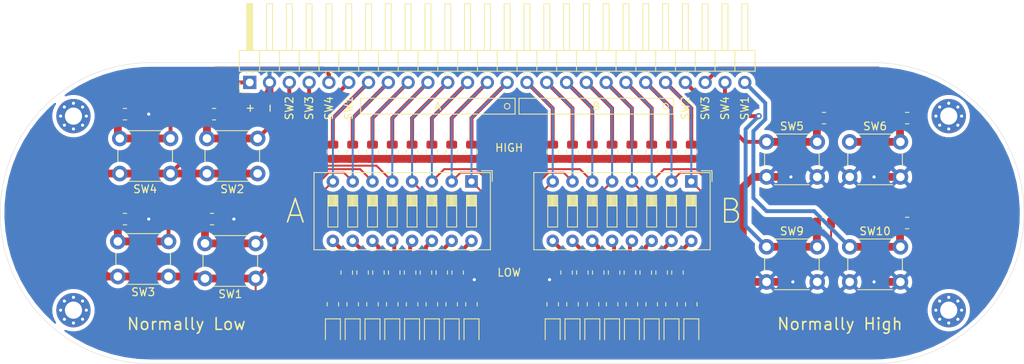
<source format=kicad_pcb>
(kicad_pcb (version 20171130) (host pcbnew "(5.1.9-0-10_14)")
  (layers (0 F.Cu signal) (31 B.Cu signal hide) (34 B.Paste user) (35 F.Paste user) (36 B.SilkS user) (37 F.SilkS user) (38 B.Mask user) (39 F.Mask user) (44 Edge.Cuts user))
  (net 0 "")
  (net 1 "Net-(R1-Pad1)")
  (net 2 "Net-(R2-Pad1)")
  (net 3 "Net-(R3-Pad1)")
  (net 4 "Net-(R4-Pad1)")
  (net 5 "Net-(R5-Pad1)")
  (net 6 "Net-(R6-Pad1)")
  (net 7 "Net-(R7-Pad1)")
  (net 8 "Net-(R8-Pad1)")
  (net 9 "Net-(R25-Pad1)")
  (net 10 "Net-(R26-Pad1)")
  (net 11 "Net-(R27-Pad1)")
  (net 12 "Net-(R28-Pad1)")
  (net 13 "Net-(R29-Pad1)")
  (net 14 "Net-(R30-Pad1)")
  (net 15 "Net-(R31-Pad1)")
  (net 16 "Net-(R32-Pad1)")
  (net 17 GND)
  (net 18 VCC)
  (net 19 "Net-(J1-Pad26)")
  (net 20 "Net-(J1-Pad25)")
  (net 21 "Net-(J1-Pad24)")
  (net 22 "Net-(J1-Pad23)")
  (net 23 /B0)
  (net 24 /B1)
  (net 25 /B2)
  (net 26 /B3)
  (net 27 /B4)
  (net 28 /B5)
  (net 29 /B6)
  (net 30 /B7)
  (net 31 /A0)
  (net 32 /A1)
  (net 33 /A2)
  (net 34 /A3)
  (net 35 /A4)
  (net 36 /A5)
  (net 37 /A6)
  (net 38 /A7)
  (net 39 "Net-(J1-Pad6)")
  (net 40 "Net-(J1-Pad5)")
  (net 41 "Net-(J1-Pad4)")
  (net 42 "Net-(J1-Pad3)")
  (net 43 "Net-(D1-Pad1)")
  (net 44 "Net-(D2-Pad1)")
  (net 45 "Net-(D3-Pad1)")
  (net 46 "Net-(D4-Pad1)")
  (net 47 "Net-(D5-Pad1)")
  (net 48 "Net-(D6-Pad1)")
  (net 49 "Net-(D7-Pad1)")
  (net 50 "Net-(D8-Pad1)")
  (net 51 "Net-(D9-Pad1)")
  (net 52 "Net-(D10-Pad1)")
  (net 53 "Net-(D11-Pad1)")
  (net 54 "Net-(D12-Pad1)")
  (net 55 "Net-(D13-Pad1)")
  (net 56 "Net-(D14-Pad1)")
  (net 57 "Net-(D15-Pad1)")
  (net 58 "Net-(D16-Pad1)")
  (module MountingHole:MountingHole_2.2mm_M2_Pad_Via (layer F.Cu) (at 43.434 126.746)
    (fp_text reference REF** hide)
    (fp_text value MountingHole_2.2mm_M2_Pad_Via hide)
    (pad 1 thru_hole circle (at 0 0) (size 4.4 4.4) (drill 2.2) (layers *.Cu *.Mask))
    (pad 1 thru_hole circle (at 1.65 0) (size 0.7 0.7) (drill 0.4) (layers *.Cu *.Mask))
    (pad 1 thru_hole circle (at 1.166726 1.166726) (size 0.7 0.7) (drill 0.4) (layers *.Cu *.Mask))
    (pad 1 thru_hole circle (at 0 1.65) (size 0.7 0.7) (drill 0.4) (layers *.Cu *.Mask))
    (pad 1 thru_hole circle (at -1.166726 1.166726) (size 0.7 0.7) (drill 0.4) (layers *.Cu *.Mask))
    (pad 1 thru_hole circle (at -1.65 0) (size 0.7 0.7) (drill 0.4) (layers *.Cu *.Mask))
    (pad 1 thru_hole circle (at -1.166726 -1.166726) (size 0.7 0.7) (drill 0.4) (layers *.Cu *.Mask))
    (pad 1 thru_hole circle (at 0 -1.65) (size 0.7 0.7) (drill 0.4) (layers *.Cu *.Mask))
    (pad 1 thru_hole circle (at 1.166726 -1.166726) (size 0.7 0.7) (drill 0.4) (layers *.Cu *.Mask))
  )
  (module MountingHole:MountingHole_2.2mm_M2_Pad_Via (layer F.Cu) (at 43.434 101.854)
    (fp_text reference REF** hide)
    (fp_text value MountingHole_2.2mm_M2_Pad_Via hide)
    (pad 1 thru_hole circle (at 1.166726 -1.166726) (size 0.7 0.7) (drill 0.4) (layers *.Cu *.Mask))
    (pad 1 thru_hole circle (at 0 -1.65) (size 0.7 0.7) (drill 0.4) (layers *.Cu *.Mask))
    (pad 1 thru_hole circle (at -1.166726 -1.166726) (size 0.7 0.7) (drill 0.4) (layers *.Cu *.Mask))
    (pad 1 thru_hole circle (at -1.65 0) (size 0.7 0.7) (drill 0.4) (layers *.Cu *.Mask))
    (pad 1 thru_hole circle (at -1.166726 1.166726) (size 0.7 0.7) (drill 0.4) (layers *.Cu *.Mask))
    (pad 1 thru_hole circle (at 0 1.65) (size 0.7 0.7) (drill 0.4) (layers *.Cu *.Mask))
    (pad 1 thru_hole circle (at 1.166726 1.166726) (size 0.7 0.7) (drill 0.4) (layers *.Cu *.Mask))
    (pad 1 thru_hole circle (at 1.65 0) (size 0.7 0.7) (drill 0.4) (layers *.Cu *.Mask))
    (pad 1 thru_hole circle (at 0 0) (size 4.4 4.4) (drill 2.2) (layers *.Cu *.Mask))
  )
  (module MountingHole:MountingHole_2.2mm_M2_Pad_Via (layer F.Cu) (at 155.702 126.746)
    (fp_text reference REF** hide)
    (fp_text value MountingHole_2.2mm_M2_Pad_Via hide)
    (pad 1 thru_hole circle (at 1.166726 -1.166726) (size 0.7 0.7) (drill 0.4) (layers *.Cu *.Mask))
    (pad 1 thru_hole circle (at 0 -1.65) (size 0.7 0.7) (drill 0.4) (layers *.Cu *.Mask))
    (pad 1 thru_hole circle (at -1.166726 -1.166726) (size 0.7 0.7) (drill 0.4) (layers *.Cu *.Mask))
    (pad 1 thru_hole circle (at -1.65 0) (size 0.7 0.7) (drill 0.4) (layers *.Cu *.Mask))
    (pad 1 thru_hole circle (at -1.166726 1.166726) (size 0.7 0.7) (drill 0.4) (layers *.Cu *.Mask))
    (pad 1 thru_hole circle (at 0 1.65) (size 0.7 0.7) (drill 0.4) (layers *.Cu *.Mask))
    (pad 1 thru_hole circle (at 1.166726 1.166726) (size 0.7 0.7) (drill 0.4) (layers *.Cu *.Mask))
    (pad 1 thru_hole circle (at 1.65 0) (size 0.7 0.7) (drill 0.4) (layers *.Cu *.Mask))
    (pad 1 thru_hole circle (at 0 0) (size 4.4 4.4) (drill 2.2) (layers *.Cu *.Mask))
  )
  (module Resistor_SMD:R_0805_2012Metric (layer F.Cu) (at 122.682 125.984 90)
    (fp_text reference R56 hide)
    (fp_text value R_US hide)
    (pad 2 smd roundrect (at 0.9125 0 90) (size 1.025 1.4) (layers F.Cu F.Paste F.Mask) (roundrect_rratio 0.2439014634146341) (net 17 GND))
    (pad 1 smd roundrect (at -0.9125 0 90) (size 1.025 1.4) (layers F.Cu F.Paste F.Mask) (roundrect_rratio 0.2439014634146341) (net 58 "Net-(D16-Pad1)"))
  )
  (module Resistor_SMD:R_0805_2012Metric (layer F.Cu) (at 120.142 125.984 90)
    (fp_text reference R55 hide)
    (fp_text value R_US hide)
    (pad 2 smd roundrect (at 0.9125 0 90) (size 1.025 1.4) (layers F.Cu F.Paste F.Mask) (roundrect_rratio 0.2439014634146341) (net 17 GND))
    (pad 1 smd roundrect (at -0.9125 0 90) (size 1.025 1.4) (layers F.Cu F.Paste F.Mask) (roundrect_rratio 0.2439014634146341) (net 57 "Net-(D15-Pad1)"))
  )
  (module Resistor_SMD:R_0805_2012Metric (layer F.Cu) (at 117.602 125.984 90)
    (fp_text reference R54 hide)
    (fp_text value R_US hide)
    (pad 2 smd roundrect (at 0.9125 0 90) (size 1.025 1.4) (layers F.Cu F.Paste F.Mask) (roundrect_rratio 0.2439014634146341) (net 17 GND))
    (pad 1 smd roundrect (at -0.9125 0 90) (size 1.025 1.4) (layers F.Cu F.Paste F.Mask) (roundrect_rratio 0.2439014634146341) (net 56 "Net-(D14-Pad1)"))
  )
  (module Resistor_SMD:R_0805_2012Metric (layer F.Cu) (at 115.062 125.984 90)
    (fp_text reference R53 hide)
    (fp_text value R_US hide)
    (pad 2 smd roundrect (at 0.9125 0 90) (size 1.025 1.4) (layers F.Cu F.Paste F.Mask) (roundrect_rratio 0.2439014634146341) (net 17 GND))
    (pad 1 smd roundrect (at -0.9125 0 90) (size 1.025 1.4) (layers F.Cu F.Paste F.Mask) (roundrect_rratio 0.2439014634146341) (net 55 "Net-(D13-Pad1)"))
  )
  (module Resistor_SMD:R_0805_2012Metric (layer F.Cu) (at 112.522 125.984 90)
    (fp_text reference R52 hide)
    (fp_text value R_US hide)
    (pad 2 smd roundrect (at 0.9125 0 90) (size 1.025 1.4) (layers F.Cu F.Paste F.Mask) (roundrect_rratio 0.2439014634146341) (net 17 GND))
    (pad 1 smd roundrect (at -0.9125 0 90) (size 1.025 1.4) (layers F.Cu F.Paste F.Mask) (roundrect_rratio 0.2439014634146341) (net 54 "Net-(D12-Pad1)"))
  )
  (module Resistor_SMD:R_0805_2012Metric (layer F.Cu) (at 110.074 125.984 90)
    (fp_text reference R51 hide)
    (fp_text value R_US hide)
    (pad 2 smd roundrect (at 0.9125 0 90) (size 1.025 1.4) (layers F.Cu F.Paste F.Mask) (roundrect_rratio 0.2439014634146341) (net 17 GND))
    (pad 1 smd roundrect (at -0.9125 0 90) (size 1.025 1.4) (layers F.Cu F.Paste F.Mask) (roundrect_rratio 0.2439014634146341) (net 53 "Net-(D11-Pad1)"))
  )
  (module Resistor_SMD:R_0805_2012Metric (layer F.Cu) (at 107.442 125.984 90)
    (fp_text reference R50 hide)
    (fp_text value R_US hide)
    (pad 2 smd roundrect (at 0.9125 0 90) (size 1.025 1.4) (layers F.Cu F.Paste F.Mask) (roundrect_rratio 0.2439014634146341) (net 17 GND))
    (pad 1 smd roundrect (at -0.9125 0 90) (size 1.025 1.4) (layers F.Cu F.Paste F.Mask) (roundrect_rratio 0.2439014634146341) (net 52 "Net-(D10-Pad1)"))
  )
  (module Resistor_SMD:R_0805_2012Metric (layer F.Cu) (at 104.902 125.984 90)
    (fp_text reference R49 hide)
    (fp_text value R_US hide)
    (pad 2 smd roundrect (at 0.9125 0 90) (size 1.025 1.4) (layers F.Cu F.Paste F.Mask) (roundrect_rratio 0.2439014634146341) (net 17 GND))
    (pad 1 smd roundrect (at -0.9125 0 90) (size 1.025 1.4) (layers F.Cu F.Paste F.Mask) (roundrect_rratio 0.2439014634146341) (net 51 "Net-(D9-Pad1)"))
  )
  (module LED_SMD:LED_0805_2012Metric (layer F.Cu) (at 122.682 129.54 270)
    (fp_text reference D16 hide)
    (fp_text value LED hide)
    (pad 2 smd roundrect (at 0.9375 0 270) (size 0.975 1.4) (layers F.Cu F.Paste F.Mask) (net 23 /B0))
    (pad 1 smd roundrect (at -0.9375 0 270) (size 0.975 1.4) (layers F.Cu F.Paste F.Mask) (net 58 "Net-(D16-Pad1)"))
  )
  (module LED_SMD:LED_0805_2012Metric (layer F.Cu) (at 120.142 129.54 270)
    (fp_text reference D15 hide)
    (fp_text value LED hide)
    (pad 2 smd roundrect (at 0.9375 0 270) (size 0.975 1.4) (layers F.Cu F.Paste F.Mask) (net 24 /B1))
    (pad 1 smd roundrect (at -0.9375 0 270) (size 0.975 1.4) (layers F.Cu F.Paste F.Mask) (net 57 "Net-(D15-Pad1)"))
  )
  (module LED_SMD:LED_0805_2012Metric (layer F.Cu) (at 117.602 129.54 270)
    (fp_text reference D14 hide)
    (fp_text value LED hide)
    (pad 2 smd roundrect (at 0.9375 0 270) (size 0.975 1.4) (layers F.Cu F.Paste F.Mask) (net 25 /B2))
    (pad 1 smd roundrect (at -0.9375 0 270) (size 0.975 1.4) (layers F.Cu F.Paste F.Mask) (net 56 "Net-(D14-Pad1)"))
  )
  (module LED_SMD:LED_0805_2012Metric (layer F.Cu) (at 115.062 129.54 270)
    (fp_text reference D13 hide)
    (fp_text value LED hide)
    (pad 2 smd roundrect (at 0.9375 0 270) (size 0.975 1.4) (layers F.Cu F.Paste F.Mask) (net 26 /B3))
    (pad 1 smd roundrect (at -0.9375 0 270) (size 0.975 1.4) (layers F.Cu F.Paste F.Mask) (net 55 "Net-(D13-Pad1)"))
  )
  (module LED_SMD:LED_0805_2012Metric (layer F.Cu) (at 112.522 129.54 270)
    (fp_text reference D12 hide)
    (fp_text value LED hide)
    (pad 2 smd roundrect (at 0.9375 0 270) (size 0.975 1.4) (layers F.Cu F.Paste F.Mask) (net 27 /B4))
    (pad 1 smd roundrect (at -0.9375 0 270) (size 0.975 1.4) (layers F.Cu F.Paste F.Mask) (net 54 "Net-(D12-Pad1)"))
  )
  (module LED_SMD:LED_0805_2012Metric (layer F.Cu) (at 109.982 129.54 270)
    (fp_text reference D11 hide)
    (fp_text value LED hide)
    (pad 2 smd roundrect (at 0.9375 0 270) (size 0.975 1.4) (layers F.Cu F.Paste F.Mask) (net 28 /B5))
    (pad 1 smd roundrect (at -0.9375 0 270) (size 0.975 1.4) (layers F.Cu F.Paste F.Mask) (net 53 "Net-(D11-Pad1)"))
  )
  (module LED_SMD:LED_0805_2012Metric (layer F.Cu) (at 107.442 129.54 270)
    (fp_text reference D10 hide)
    (fp_text value LED hide)
    (pad 2 smd roundrect (at 0.9375 0 270) (size 0.975 1.4) (layers F.Cu F.Paste F.Mask) (net 29 /B6))
    (pad 1 smd roundrect (at -0.9375 0 270) (size 0.975 1.4) (layers F.Cu F.Paste F.Mask) (net 52 "Net-(D10-Pad1)"))
  )
  (module LED_SMD:LED_0805_2012Metric (layer F.Cu) (at 104.902 129.54 270)
    (fp_text reference D9 hide)
    (fp_text value LED hide)
    (pad 2 smd roundrect (at 0.9375 0 270) (size 0.975 1.4) (layers F.Cu F.Paste F.Mask) (net 30 /B7))
    (pad 1 smd roundrect (at -0.9375 0 270) (size 0.975 1.4) (layers F.Cu F.Paste F.Mask) (net 51 "Net-(D9-Pad1)"))
  )
  (module Resistor_SMD:R_0805_2012Metric (layer F.Cu) (at 94.488 125.984 90)
    (fp_text reference R48 hide)
    (fp_text value R_US hide)
    (pad 2 smd roundrect (at 0.9125 0 90) (size 1.025 1.4) (layers F.Cu F.Paste F.Mask) (roundrect_rratio 0.2439014634146341) (net 17 GND))
    (pad 1 smd roundrect (at -0.9125 0 90) (size 1.025 1.4) (layers F.Cu F.Paste F.Mask) (roundrect_rratio 0.2439014634146341) (net 50 "Net-(D8-Pad1)"))
  )
  (module Resistor_SMD:R_0805_2012Metric (layer F.Cu) (at 91.948 125.984 90)
    (fp_text reference R47 hide)
    (fp_text value R_US hide)
    (pad 2 smd roundrect (at 0.9125 0 90) (size 1.025 1.4) (layers F.Cu F.Paste F.Mask) (roundrect_rratio 0.2439014634146341) (net 17 GND))
    (pad 1 smd roundrect (at -0.9125 0 90) (size 1.025 1.4) (layers F.Cu F.Paste F.Mask) (roundrect_rratio 0.2439014634146341) (net 49 "Net-(D7-Pad1)"))
  )
  (module Resistor_SMD:R_0805_2012Metric (layer F.Cu) (at 89.408 125.984 90)
    (fp_text reference R46 hide)
    (fp_text value R_US hide)
    (pad 2 smd roundrect (at 0.9125 0 90) (size 1.025 1.4) (layers F.Cu F.Paste F.Mask) (roundrect_rratio 0.2439014634146341) (net 17 GND))
    (pad 1 smd roundrect (at -0.9125 0 90) (size 1.025 1.4) (layers F.Cu F.Paste F.Mask) (roundrect_rratio 0.2439014634146341) (net 48 "Net-(D6-Pad1)"))
  )
  (module Resistor_SMD:R_0805_2012Metric (layer F.Cu) (at 86.868 125.984 90)
    (fp_text reference R45 hide)
    (fp_text value R_US hide)
    (pad 2 smd roundrect (at 0.9125 0 90) (size 1.025 1.4) (layers F.Cu F.Paste F.Mask) (roundrect_rratio 0.2439014634146341) (net 17 GND))
    (pad 1 smd roundrect (at -0.9125 0 90) (size 1.025 1.4) (layers F.Cu F.Paste F.Mask) (roundrect_rratio 0.2439014634146341) (net 47 "Net-(D5-Pad1)"))
  )
  (module Resistor_SMD:R_0805_2012Metric (layer F.Cu) (at 84.328 125.984 90)
    (fp_text reference R44 hide)
    (fp_text value R_US hide)
    (pad 2 smd roundrect (at 0.9125 0 90) (size 1.025 1.4) (layers F.Cu F.Paste F.Mask) (roundrect_rratio 0.2439014634146341) (net 17 GND))
    (pad 1 smd roundrect (at -0.9125 0 90) (size 1.025 1.4) (layers F.Cu F.Paste F.Mask) (roundrect_rratio 0.2439014634146341) (net 46 "Net-(D4-Pad1)"))
  )
  (module Resistor_SMD:R_0805_2012Metric (layer F.Cu) (at 81.788 125.984 90)
    (fp_text reference R43 hide)
    (fp_text value R_US hide)
    (pad 2 smd roundrect (at 0.9125 0 90) (size 1.025 1.4) (layers F.Cu F.Paste F.Mask) (roundrect_rratio 0.2439014634146341) (net 17 GND))
    (pad 1 smd roundrect (at -0.9125 0 90) (size 1.025 1.4) (layers F.Cu F.Paste F.Mask) (roundrect_rratio 0.2439014634146341) (net 45 "Net-(D3-Pad1)"))
  )
  (module Resistor_SMD:R_0805_2012Metric (layer F.Cu) (at 79.248 125.984 90)
    (fp_text reference R42 hide)
    (fp_text value R_US hide)
    (pad 2 smd roundrect (at 0.9125 0 90) (size 1.025 1.4) (layers F.Cu F.Paste F.Mask) (roundrect_rratio 0.2439014634146341) (net 17 GND))
    (pad 1 smd roundrect (at -0.9125 0 90) (size 1.025 1.4) (layers F.Cu F.Paste F.Mask) (roundrect_rratio 0.2439014634146341) (net 44 "Net-(D2-Pad1)"))
  )
  (module LED_SMD:LED_0805_2012Metric (layer F.Cu) (at 94.488 129.54 270)
    (fp_text reference D8 hide)
    (fp_text value LED hide)
    (pad 2 smd roundrect (at 0.9375 0 270) (size 0.975 1.4) (layers F.Cu F.Paste F.Mask) (net 31 /A0))
    (pad 1 smd roundrect (at -0.9375 0 270) (size 0.975 1.4) (layers F.Cu F.Paste F.Mask) (net 50 "Net-(D8-Pad1)"))
  )
  (module LED_SMD:LED_0805_2012Metric (layer F.Cu) (at 91.948 129.54 270)
    (fp_text reference D7 hide)
    (fp_text value LED hide)
    (pad 2 smd roundrect (at 0.9375 0 270) (size 0.975 1.4) (layers F.Cu F.Paste F.Mask) (net 32 /A1))
    (pad 1 smd roundrect (at -0.9375 0 270) (size 0.975 1.4) (layers F.Cu F.Paste F.Mask) (net 49 "Net-(D7-Pad1)"))
  )
  (module LED_SMD:LED_0805_2012Metric (layer F.Cu) (at 89.408 129.54 270)
    (fp_text reference D6 hide)
    (fp_text value LED hide)
    (pad 2 smd roundrect (at 0.9375 0 270) (size 0.975 1.4) (layers F.Cu F.Paste F.Mask) (net 33 /A2))
    (pad 1 smd roundrect (at -0.9375 0 270) (size 0.975 1.4) (layers F.Cu F.Paste F.Mask) (net 48 "Net-(D6-Pad1)"))
  )
  (module LED_SMD:LED_0805_2012Metric (layer F.Cu) (at 86.868 129.54 270)
    (fp_text reference D5 hide)
    (fp_text value LED hide)
    (pad 2 smd roundrect (at 0.9375 0 270) (size 0.975 1.4) (layers F.Cu F.Paste F.Mask) (net 34 /A3))
    (pad 1 smd roundrect (at -0.9375 0 270) (size 0.975 1.4) (layers F.Cu F.Paste F.Mask) (net 47 "Net-(D5-Pad1)"))
  )
  (module LED_SMD:LED_0805_2012Metric (layer F.Cu) (at 84.328 129.54 270)
    (fp_text reference D4 hide)
    (fp_text value LED hide)
    (pad 2 smd roundrect (at 0.9375 0 270) (size 0.975 1.4) (layers F.Cu F.Paste F.Mask) (net 35 /A4))
    (pad 1 smd roundrect (at -0.9375 0 270) (size 0.975 1.4) (layers F.Cu F.Paste F.Mask) (net 46 "Net-(D4-Pad1)"))
  )
  (module LED_SMD:LED_0805_2012Metric (layer F.Cu) (at 81.788 129.54 270)
    (fp_text reference D3 hide)
    (fp_text value LED hide)
    (pad 2 smd roundrect (at 0.9375 0 270) (size 0.975 1.4) (layers F.Cu F.Paste F.Mask) (net 36 /A5))
    (pad 1 smd roundrect (at -0.9375 0 270) (size 0.975 1.4) (layers F.Cu F.Paste F.Mask) (net 45 "Net-(D3-Pad1)"))
  )
  (module LED_SMD:LED_0805_2012Metric (layer F.Cu) (at 79.248 129.54 270)
    (fp_text reference D2 hide)
    (fp_text value LED hide)
    (pad 2 smd roundrect (at 0.9375 0 270) (size 0.975 1.4) (layers F.Cu F.Paste F.Mask) (net 37 /A6))
    (pad 1 smd roundrect (at -0.9375 0 270) (size 0.975 1.4) (layers F.Cu F.Paste F.Mask) (net 44 "Net-(D2-Pad1)"))
  )
  (module Resistor_SMD:R_0805_2012Metric (layer F.Cu) (at 76.708 125.984 90)
    (fp_text reference R41 hide)
    (fp_text value R_US hide)
    (pad 2 smd roundrect (at 0.9125 0 90) (size 1.025 1.4) (layers F.Cu F.Paste F.Mask) (roundrect_rratio 0.2439014634146341) (net 17 GND))
    (pad 1 smd roundrect (at -0.9125 0 90) (size 1.025 1.4) (layers F.Cu F.Paste F.Mask) (roundrect_rratio 0.2439014634146341) (net 43 "Net-(D1-Pad1)"))
  )
  (module LED_SMD:LED_0805_2012Metric (layer F.Cu) (at 76.708 129.54 270)
    (fp_text reference D1 hide)
    (fp_text value LED hide)
    (pad 2 smd roundrect (at 0.9375 0 270) (size 0.975 1.4) (layers F.Cu F.Paste F.Mask) (net 38 /A7))
    (pad 1 smd roundrect (at -0.9375 0 270) (size 0.975 1.4) (layers F.Cu F.Paste F.Mask) (net 43 "Net-(D1-Pad1)"))
  )
  (module Button_Switch_THT:SW_DIP_SPSTx08_Slide_9.78x22.5mm_W7.62mm_P2.54mm (layer F.Cu) (at 122.682 110.236 270)
    (fp_text reference SW8 hide)
    (fp_text value SW_DIP_x08 hide)
    (pad 16 thru_hole oval (at 7.62 0 270) (size 1.6 1.6) (drill 0.8) (layers *.Cu *.Mask) (net 16 "Net-(R32-Pad1)"))
    (pad 8 thru_hole oval (at 0 17.78 270) (size 1.6 1.6) (drill 0.8) (layers *.Cu *.Mask) (net 30 /B7))
    (pad 15 thru_hole oval (at 7.62 2.54 270) (size 1.6 1.6) (drill 0.8) (layers *.Cu *.Mask) (net 15 "Net-(R31-Pad1)"))
    (pad 7 thru_hole oval (at 0 15.24 270) (size 1.6 1.6) (drill 0.8) (layers *.Cu *.Mask) (net 29 /B6))
    (pad 14 thru_hole oval (at 7.62 5.08 270) (size 1.6 1.6) (drill 0.8) (layers *.Cu *.Mask) (net 14 "Net-(R30-Pad1)"))
    (pad 6 thru_hole oval (at 0 12.7 270) (size 1.6 1.6) (drill 0.8) (layers *.Cu *.Mask) (net 28 /B5))
    (pad 13 thru_hole oval (at 7.62 7.62 270) (size 1.6 1.6) (drill 0.8) (layers *.Cu *.Mask) (net 13 "Net-(R29-Pad1)"))
    (pad 5 thru_hole oval (at 0 10.16 270) (size 1.6 1.6) (drill 0.8) (layers *.Cu *.Mask) (net 27 /B4))
    (pad 12 thru_hole oval (at 7.62 10.16 270) (size 1.6 1.6) (drill 0.8) (layers *.Cu *.Mask) (net 12 "Net-(R28-Pad1)"))
    (pad 4 thru_hole oval (at 0 7.62 270) (size 1.6 1.6) (drill 0.8) (layers *.Cu *.Mask) (net 26 /B3))
    (pad 11 thru_hole oval (at 7.62 12.7 270) (size 1.6 1.6) (drill 0.8) (layers *.Cu *.Mask) (net 11 "Net-(R27-Pad1)"))
    (pad 3 thru_hole oval (at 0 5.08 270) (size 1.6 1.6) (drill 0.8) (layers *.Cu *.Mask) (net 25 /B2))
    (pad 10 thru_hole oval (at 7.62 15.24 270) (size 1.6 1.6) (drill 0.8) (layers *.Cu *.Mask) (net 10 "Net-(R26-Pad1)"))
    (pad 2 thru_hole oval (at 0 2.54 270) (size 1.6 1.6) (drill 0.8) (layers *.Cu *.Mask) (net 24 /B1))
    (pad 9 thru_hole oval (at 7.62 17.78 270) (size 1.6 1.6) (drill 0.8) (layers *.Cu *.Mask) (net 9 "Net-(R25-Pad1)"))
    (pad 1 thru_hole rect (at 0 0 270) (size 1.6 1.6) (drill 0.8) (layers *.Cu *.Mask) (net 23 /B0))
  )
  (module MountingHole:MountingHole_2.2mm_M2_Pad_Via (layer F.Cu) (at 155.702 101.854)
    (fp_text reference REF** hide)
    (fp_text value MountingHole_2.2mm_M2_Pad_Via hide)
    (pad 1 thru_hole circle (at 0 0) (size 4.4 4.4) (drill 2.2) (layers *.Cu *.Mask))
    (pad 1 thru_hole circle (at 1.65 0) (size 0.7 0.7) (drill 0.4) (layers *.Cu *.Mask))
    (pad 1 thru_hole circle (at 1.166726 1.166726) (size 0.7 0.7) (drill 0.4) (layers *.Cu *.Mask))
    (pad 1 thru_hole circle (at 0 1.65) (size 0.7 0.7) (drill 0.4) (layers *.Cu *.Mask))
    (pad 1 thru_hole circle (at -1.166726 1.166726) (size 0.7 0.7) (drill 0.4) (layers *.Cu *.Mask))
    (pad 1 thru_hole circle (at -1.65 0) (size 0.7 0.7) (drill 0.4) (layers *.Cu *.Mask))
    (pad 1 thru_hole circle (at -1.166726 -1.166726) (size 0.7 0.7) (drill 0.4) (layers *.Cu *.Mask))
    (pad 1 thru_hole circle (at 0 -1.65) (size 0.7 0.7) (drill 0.4) (layers *.Cu *.Mask))
    (pad 1 thru_hole circle (at 1.166726 -1.166726) (size 0.7 0.7) (drill 0.4) (layers *.Cu *.Mask))
  )
  (module Connector_PinHeader_2.54mm:PinHeader_1x26_P2.54mm_Horizontal (layer F.Cu) (at 66.04 97.536 90)
    (fp_text reference J1 hide)
    (fp_text value Conn_01x26)
    (pad 26 thru_hole oval (at 0 63.5 90) (size 1.7 1.7) (drill 1) (layers *.Cu *.Mask) (net 19 "Net-(J1-Pad26)"))
    (pad 25 thru_hole oval (at 0 60.96 90) (size 1.7 1.7) (drill 1) (layers *.Cu *.Mask) (net 20 "Net-(J1-Pad25)"))
    (pad 24 thru_hole oval (at 0 58.42 90) (size 1.7 1.7) (drill 1) (layers *.Cu *.Mask) (net 21 "Net-(J1-Pad24)"))
    (pad 23 thru_hole oval (at 0 55.88 90) (size 1.7 1.7) (drill 1) (layers *.Cu *.Mask) (net 22 "Net-(J1-Pad23)"))
    (pad 22 thru_hole oval (at 0 53.34 90) (size 1.7 1.7) (drill 1) (layers *.Cu *.Mask) (net 23 /B0))
    (pad 21 thru_hole oval (at 0 50.8 90) (size 1.7 1.7) (drill 1) (layers *.Cu *.Mask) (net 24 /B1))
    (pad 20 thru_hole oval (at 0 48.26 90) (size 1.7 1.7) (drill 1) (layers *.Cu *.Mask) (net 25 /B2))
    (pad 19 thru_hole oval (at 0 45.72 90) (size 1.7 1.7) (drill 1) (layers *.Cu *.Mask) (net 26 /B3))
    (pad 18 thru_hole oval (at 0 43.18 90) (size 1.7 1.7) (drill 1) (layers *.Cu *.Mask) (net 27 /B4))
    (pad 17 thru_hole oval (at 0 40.64 90) (size 1.7 1.7) (drill 1) (layers *.Cu *.Mask) (net 28 /B5))
    (pad 16 thru_hole oval (at 0 38.1 90) (size 1.7 1.7) (drill 1) (layers *.Cu *.Mask) (net 29 /B6))
    (pad 15 thru_hole oval (at 0 35.56 90) (size 1.7 1.7) (drill 1) (layers *.Cu *.Mask) (net 30 /B7))
    (pad 14 thru_hole oval (at 0 33.02 90) (size 1.7 1.7) (drill 1) (layers *.Cu *.Mask) (net 31 /A0))
    (pad 13 thru_hole oval (at 0 30.48 90) (size 1.7 1.7) (drill 1) (layers *.Cu *.Mask) (net 32 /A1))
    (pad 12 thru_hole oval (at 0 27.94 90) (size 1.7 1.7) (drill 1) (layers *.Cu *.Mask) (net 33 /A2))
    (pad 11 thru_hole oval (at 0 25.4 90) (size 1.7 1.7) (drill 1) (layers *.Cu *.Mask) (net 34 /A3))
    (pad 10 thru_hole oval (at 0 22.86 90) (size 1.7 1.7) (drill 1) (layers *.Cu *.Mask) (net 35 /A4))
    (pad 9 thru_hole oval (at 0 20.32 90) (size 1.7 1.7) (drill 1) (layers *.Cu *.Mask) (net 36 /A5))
    (pad 8 thru_hole oval (at 0 17.78 90) (size 1.7 1.7) (drill 1) (layers *.Cu *.Mask) (net 37 /A6))
    (pad 7 thru_hole oval (at 0 15.24 90) (size 1.7 1.7) (drill 1) (layers *.Cu *.Mask) (net 38 /A7))
    (pad 6 thru_hole oval (at 0 12.7 90) (size 1.7 1.7) (drill 1) (layers *.Cu *.Mask) (net 39 "Net-(J1-Pad6)"))
    (pad 5 thru_hole oval (at 0 10.16 90) (size 1.7 1.7) (drill 1) (layers *.Cu *.Mask) (net 40 "Net-(J1-Pad5)"))
    (pad 4 thru_hole oval (at 0 7.62 90) (size 1.7 1.7) (drill 1) (layers *.Cu *.Mask) (net 41 "Net-(J1-Pad4)"))
    (pad 3 thru_hole oval (at 0 5.08 90) (size 1.7 1.7) (drill 1) (layers *.Cu *.Mask) (net 42 "Net-(J1-Pad3)"))
    (pad 2 thru_hole oval (at 0 2.54 90) (size 1.7 1.7) (drill 1) (layers *.Cu *.Mask) (net 17 GND))
    (pad 1 thru_hole rect (at 0 0 90) (size 1.7 1.7) (drill 1) (layers *.Cu *.Mask) (net 18 VCC))
  )
  (module Button_Switch_THT:SW_PUSH_6mm (layer F.Cu) (at 143.002 118.618)
    (fp_text reference SW10 (at 3.25 -2) (layer F.SilkS))
    (fp_text value SW_Push)
    (pad 1 thru_hole circle (at 6.5 0 90) (size 2 2) (drill 1.1) (layers *.Cu *.Mask) (net 19 "Net-(J1-Pad26)"))
    (pad 2 thru_hole circle (at 6.5 4.5 90) (size 2 2) (drill 1.1) (layers *.Cu *.Mask) (net 17 GND))
    (pad 1 thru_hole circle (at 0 0 90) (size 2 2) (drill 1.1) (layers *.Cu *.Mask) (net 19 "Net-(J1-Pad26)"))
    (pad 2 thru_hole circle (at 0 4.5 90) (size 2 2) (drill 1.1) (layers *.Cu *.Mask) (net 17 GND))
  )
  (module Button_Switch_THT:SW_PUSH_6mm (layer F.Cu) (at 132.334 118.618)
    (fp_text reference SW9 (at 3.25 -2) (layer F.SilkS))
    (fp_text value SW_Push)
    (pad 1 thru_hole circle (at 6.5 0 90) (size 2 2) (drill 1.1) (layers *.Cu *.Mask) (net 20 "Net-(J1-Pad25)"))
    (pad 2 thru_hole circle (at 6.5 4.5 90) (size 2 2) (drill 1.1) (layers *.Cu *.Mask) (net 17 GND))
    (pad 1 thru_hole circle (at 0 0 90) (size 2 2) (drill 1.1) (layers *.Cu *.Mask) (net 20 "Net-(J1-Pad25)"))
    (pad 2 thru_hole circle (at 0 4.5 90) (size 2 2) (drill 1.1) (layers *.Cu *.Mask) (net 17 GND))
  )
  (module Button_Switch_THT:SW_PUSH_6mm (layer F.Cu) (at 143.002 105.156)
    (fp_text reference SW6 (at 3.25 -2) (layer F.SilkS))
    (fp_text value SW_Push)
    (pad 1 thru_hole circle (at 6.5 0 90) (size 2 2) (drill 1.1) (layers *.Cu *.Mask) (net 21 "Net-(J1-Pad24)"))
    (pad 2 thru_hole circle (at 6.5 4.5 90) (size 2 2) (drill 1.1) (layers *.Cu *.Mask) (net 17 GND))
    (pad 1 thru_hole circle (at 0 0 90) (size 2 2) (drill 1.1) (layers *.Cu *.Mask) (net 21 "Net-(J1-Pad24)"))
    (pad 2 thru_hole circle (at 0 4.5 90) (size 2 2) (drill 1.1) (layers *.Cu *.Mask) (net 17 GND))
  )
  (module Button_Switch_THT:SW_PUSH_6mm (layer F.Cu) (at 132.334 105.156)
    (fp_text reference SW5 (at 3.25 -2) (layer F.SilkS))
    (fp_text value SW_Push)
    (pad 1 thru_hole circle (at 6.5 0 90) (size 2 2) (drill 1.1) (layers *.Cu *.Mask) (net 22 "Net-(J1-Pad23)"))
    (pad 2 thru_hole circle (at 6.5 4.5 90) (size 2 2) (drill 1.1) (layers *.Cu *.Mask) (net 17 GND))
    (pad 1 thru_hole circle (at 0 0 90) (size 2 2) (drill 1.1) (layers *.Cu *.Mask) (net 22 "Net-(J1-Pad23)"))
    (pad 2 thru_hole circle (at 0 4.5 90) (size 2 2) (drill 1.1) (layers *.Cu *.Mask) (net 17 GND))
  )
  (module Button_Switch_THT:SW_PUSH_6mm (layer F.Cu) (at 55.88 109.22 180)
    (fp_text reference SW4 (at 3.25 -2) (layer F.SilkS))
    (fp_text value SW_Push)
    (pad 1 thru_hole circle (at 6.5 0 270) (size 2 2) (drill 1.1) (layers *.Cu *.Mask) (net 18 VCC))
    (pad 2 thru_hole circle (at 6.5 4.5 270) (size 2 2) (drill 1.1) (layers *.Cu *.Mask) (net 40 "Net-(J1-Pad5)"))
    (pad 1 thru_hole circle (at 0 0 270) (size 2 2) (drill 1.1) (layers *.Cu *.Mask) (net 18 VCC))
    (pad 2 thru_hole circle (at 0 4.5 270) (size 2 2) (drill 1.1) (layers *.Cu *.Mask) (net 40 "Net-(J1-Pad5)"))
  )
  (module Button_Switch_THT:SW_PUSH_6mm (layer F.Cu) (at 55.626 122.428 180)
    (fp_text reference SW3 (at 3.25 -2) (layer F.SilkS))
    (fp_text value SW_Push)
    (pad 1 thru_hole circle (at 6.5 0 270) (size 2 2) (drill 1.1) (layers *.Cu *.Mask) (net 18 VCC))
    (pad 2 thru_hole circle (at 6.5 4.5 270) (size 2 2) (drill 1.1) (layers *.Cu *.Mask) (net 41 "Net-(J1-Pad4)"))
    (pad 1 thru_hole circle (at 0 0 270) (size 2 2) (drill 1.1) (layers *.Cu *.Mask) (net 18 VCC))
    (pad 2 thru_hole circle (at 0 4.5 270) (size 2 2) (drill 1.1) (layers *.Cu *.Mask) (net 41 "Net-(J1-Pad4)"))
  )
  (module Button_Switch_THT:SW_PUSH_6mm (layer F.Cu) (at 67.056 109.22 180)
    (fp_text reference SW2 (at 3.25 -2) (layer F.SilkS))
    (fp_text value SW_Push)
    (pad 1 thru_hole circle (at 6.5 0 270) (size 2 2) (drill 1.1) (layers *.Cu *.Mask) (net 18 VCC))
    (pad 2 thru_hole circle (at 6.5 4.5 270) (size 2 2) (drill 1.1) (layers *.Cu *.Mask) (net 42 "Net-(J1-Pad3)"))
    (pad 1 thru_hole circle (at 0 0 270) (size 2 2) (drill 1.1) (layers *.Cu *.Mask) (net 18 VCC))
    (pad 2 thru_hole circle (at 0 4.5 270) (size 2 2) (drill 1.1) (layers *.Cu *.Mask) (net 42 "Net-(J1-Pad3)"))
  )
  (module Button_Switch_THT:SW_PUSH_6mm (layer F.Cu) (at 66.802 122.682 180)
    (fp_text reference SW1 (at 3.25 -2) (layer F.SilkS))
    (fp_text value SW_Push)
    (pad 1 thru_hole circle (at 6.5 0 270) (size 2 2) (drill 1.1) (layers *.Cu *.Mask) (net 18 VCC))
    (pad 2 thru_hole circle (at 6.5 4.5 270) (size 2 2) (drill 1.1) (layers *.Cu *.Mask) (net 39 "Net-(J1-Pad6)"))
    (pad 1 thru_hole circle (at 0 0 270) (size 2 2) (drill 1.1) (layers *.Cu *.Mask) (net 18 VCC))
    (pad 2 thru_hole circle (at 0 4.5 270) (size 2 2) (drill 1.1) (layers *.Cu *.Mask) (net 39 "Net-(J1-Pad6)"))
  )
  (module Resistor_SMD:R_0805_2012Metric (layer F.Cu) (at 150.368 115.57)
    (fp_text reference R40 hide)
    (fp_text value R_US)
    (pad 2 smd roundrect (at 0.9125 0) (size 1.025 1.4) (layers F.Cu F.Paste F.Mask) (roundrect_rratio 0.2439014634146341) (net 18 VCC))
    (pad 1 smd roundrect (at -0.9125 0) (size 1.025 1.4) (layers F.Cu F.Paste F.Mask) (roundrect_rratio 0.2439014634146341) (net 19 "Net-(J1-Pad26)"))
  )
  (module Resistor_SMD:R_0805_2012Metric (layer F.Cu) (at 139.7 115.57)
    (fp_text reference R39 hide)
    (fp_text value R_US)
    (pad 2 smd roundrect (at 0.9125 0) (size 1.025 1.4) (layers F.Cu F.Paste F.Mask) (roundrect_rratio 0.2439014634146341) (net 18 VCC))
    (pad 1 smd roundrect (at -0.9125 0) (size 1.025 1.4) (layers F.Cu F.Paste F.Mask) (roundrect_rratio 0.2439014634146341) (net 20 "Net-(J1-Pad25)"))
  )
  (module Resistor_SMD:R_0805_2012Metric (layer F.Cu) (at 150.368 102.108)
    (fp_text reference R38 hide)
    (fp_text value R_US)
    (pad 2 smd roundrect (at 0.9125 0) (size 1.025 1.4) (layers F.Cu F.Paste F.Mask) (roundrect_rratio 0.2439014634146341) (net 18 VCC))
    (pad 1 smd roundrect (at -0.9125 0) (size 1.025 1.4) (layers F.Cu F.Paste F.Mask) (roundrect_rratio 0.2439014634146341) (net 21 "Net-(J1-Pad24)"))
  )
  (module Resistor_SMD:R_0805_2012Metric (layer F.Cu) (at 139.7 102.108)
    (fp_text reference R37 hide)
    (fp_text value R_US)
    (pad 2 smd roundrect (at 0.9125 0) (size 1.025 1.4) (layers F.Cu F.Paste F.Mask) (roundrect_rratio 0.2439014634146341) (net 18 VCC))
    (pad 1 smd roundrect (at -0.9125 0) (size 1.025 1.4) (layers F.Cu F.Paste F.Mask) (roundrect_rratio 0.2439014634146341) (net 22 "Net-(J1-Pad23)"))
  )
  (module Resistor_SMD:R_0805_2012Metric (layer F.Cu) (at 61.214 115.062)
    (fp_text reference R36 hide)
    (fp_text value R_US)
    (pad 2 smd roundrect (at 0.9125 0) (size 1.025 1.4) (layers F.Cu F.Paste F.Mask) (roundrect_rratio 0.2439014634146341) (net 17 GND))
    (pad 1 smd roundrect (at -0.9125 0) (size 1.025 1.4) (layers F.Cu F.Paste F.Mask) (roundrect_rratio 0.2439014634146341) (net 39 "Net-(J1-Pad6)"))
  )
  (module Resistor_SMD:R_0805_2012Metric (layer F.Cu) (at 50.038 101.6)
    (fp_text reference R35 hide)
    (fp_text value R_US)
    (pad 2 smd roundrect (at 0.9125 0) (size 1.025 1.4) (layers F.Cu F.Paste F.Mask) (roundrect_rratio 0.2439014634146341) (net 17 GND))
    (pad 1 smd roundrect (at -0.9125 0) (size 1.025 1.4) (layers F.Cu F.Paste F.Mask) (roundrect_rratio 0.2439014634146341) (net 40 "Net-(J1-Pad5)"))
  )
  (module Resistor_SMD:R_0805_2012Metric (layer F.Cu) (at 50.038 115.062)
    (fp_text reference R34 hide)
    (fp_text value R_US)
    (pad 2 smd roundrect (at 0.9125 0) (size 1.025 1.4) (layers F.Cu F.Paste F.Mask) (roundrect_rratio 0.2439014634146341) (net 17 GND))
    (pad 1 smd roundrect (at -0.9125 0) (size 1.025 1.4) (layers F.Cu F.Paste F.Mask) (roundrect_rratio 0.2439014634146341) (net 41 "Net-(J1-Pad4)"))
  )
  (module Resistor_SMD:R_0805_2012Metric (layer F.Cu) (at 61.468 101.6)
    (fp_text reference R33 hide)
    (fp_text value R_US)
    (pad 2 smd roundrect (at 0.9125 0) (size 1.025 1.4) (layers F.Cu F.Paste F.Mask) (roundrect_rratio 0.2439014634146341) (net 17 GND))
    (pad 1 smd roundrect (at -0.9125 0) (size 1.025 1.4) (layers F.Cu F.Paste F.Mask) (roundrect_rratio 0.2439014634146341) (net 42 "Net-(J1-Pad3)"))
  )
  (module Resistor_SMD:R_0805_2012Metric (layer F.Cu) (at 120.904 121.92 270)
    (fp_text reference R32 hide)
    (fp_text value R_US hide)
    (pad 2 smd roundrect (at 0.9125 0 270) (size 1.025 1.4) (layers F.Cu F.Paste F.Mask) (roundrect_rratio 0.2439014634146341) (net 17 GND))
    (pad 1 smd roundrect (at -0.9125 0 270) (size 1.025 1.4) (layers F.Cu F.Paste F.Mask) (roundrect_rratio 0.2439014634146341) (net 16 "Net-(R32-Pad1)"))
  )
  (module Resistor_SMD:R_0805_2012Metric (layer F.Cu) (at 118.872 121.92 270)
    (fp_text reference R31 hide)
    (fp_text value R_US hide)
    (pad 2 smd roundrect (at 0.9125 0 270) (size 1.025 1.4) (layers F.Cu F.Paste F.Mask) (roundrect_rratio 0.2439014634146341) (net 17 GND))
    (pad 1 smd roundrect (at -0.9125 0 270) (size 1.025 1.4) (layers F.Cu F.Paste F.Mask) (roundrect_rratio 0.2439014634146341) (net 15 "Net-(R31-Pad1)"))
  )
  (module Resistor_SMD:R_0805_2012Metric (layer F.Cu) (at 116.84 121.92 270)
    (fp_text reference R30 hide)
    (fp_text value R_US hide)
    (pad 2 smd roundrect (at 0.9125 0 270) (size 1.025 1.4) (layers F.Cu F.Paste F.Mask) (roundrect_rratio 0.2439014634146341) (net 17 GND))
    (pad 1 smd roundrect (at -0.9125 0 270) (size 1.025 1.4) (layers F.Cu F.Paste F.Mask) (roundrect_rratio 0.2439014634146341) (net 14 "Net-(R30-Pad1)"))
  )
  (module Resistor_SMD:R_0805_2012Metric (layer F.Cu) (at 114.808 121.92 270)
    (fp_text reference R29 hide)
    (fp_text value R_US hide)
    (pad 2 smd roundrect (at 0.9125 0 270) (size 1.025 1.4) (layers F.Cu F.Paste F.Mask) (roundrect_rratio 0.2439014634146341) (net 17 GND))
    (pad 1 smd roundrect (at -0.9125 0 270) (size 1.025 1.4) (layers F.Cu F.Paste F.Mask) (roundrect_rratio 0.2439014634146341) (net 13 "Net-(R29-Pad1)"))
  )
  (module Resistor_SMD:R_0805_2012Metric (layer F.Cu) (at 112.776 121.92 270)
    (fp_text reference R28 hide)
    (fp_text value R_US hide)
    (pad 2 smd roundrect (at 0.9125 0 270) (size 1.025 1.4) (layers F.Cu F.Paste F.Mask) (roundrect_rratio 0.2439014634146341) (net 17 GND))
    (pad 1 smd roundrect (at -0.9125 0 270) (size 1.025 1.4) (layers F.Cu F.Paste F.Mask) (roundrect_rratio 0.2439014634146341) (net 12 "Net-(R28-Pad1)"))
  )
  (module Resistor_SMD:R_0805_2012Metric (layer F.Cu) (at 110.744 121.92 270)
    (fp_text reference R27 hide)
    (fp_text value R_US hide)
    (pad 2 smd roundrect (at 0.9125 0 270) (size 1.025 1.4) (layers F.Cu F.Paste F.Mask) (roundrect_rratio 0.2439014634146341) (net 17 GND))
    (pad 1 smd roundrect (at -0.9125 0 270) (size 1.025 1.4) (layers F.Cu F.Paste F.Mask) (roundrect_rratio 0.2439014634146341) (net 11 "Net-(R27-Pad1)"))
  )
  (module Resistor_SMD:R_0805_2012Metric (layer F.Cu) (at 108.712 121.92 270)
    (fp_text reference R26 hide)
    (fp_text value R_US hide)
    (pad 2 smd roundrect (at 0.9125 0 270) (size 1.025 1.4) (layers F.Cu F.Paste F.Mask) (roundrect_rratio 0.2439014634146341) (net 17 GND))
    (pad 1 smd roundrect (at -0.9125 0 270) (size 1.025 1.4) (layers F.Cu F.Paste F.Mask) (roundrect_rratio 0.2439014634146341) (net 10 "Net-(R26-Pad1)"))
  )
  (module Resistor_SMD:R_0805_2012Metric (layer F.Cu) (at 106.68 121.92 270)
    (fp_text reference R25 hide)
    (fp_text value R_US hide)
    (pad 2 smd roundrect (at 0.9125 0 270) (size 1.025 1.4) (layers F.Cu F.Paste F.Mask) (roundrect_rratio 0.2439014634146341) (net 17 GND))
    (pad 1 smd roundrect (at -0.9125 0 270) (size 1.025 1.4) (layers F.Cu F.Paste F.Mask) (roundrect_rratio 0.2439014634146341) (net 9 "Net-(R25-Pad1)"))
  )
  (module Resistor_SMD:R_0805_2012Metric (layer F.Cu) (at 122.682 106.426 90)
    (fp_text reference R24 hide)
    (fp_text value R_US hide)
    (pad 2 smd roundrect (at 0.9125 0 90) (size 1.025 1.4) (layers F.Cu F.Paste F.Mask) (roundrect_rratio 0.2439014634146341) (net 23 /B0))
    (pad 1 smd roundrect (at -0.9125 0 90) (size 1.025 1.4) (layers F.Cu F.Paste F.Mask) (roundrect_rratio 0.2439014634146341) (net 18 VCC))
  )
  (module Resistor_SMD:R_0805_2012Metric (layer F.Cu) (at 120.142 106.426 90)
    (fp_text reference R23 hide)
    (fp_text value R_US hide)
    (pad 2 smd roundrect (at 0.9125 0 90) (size 1.025 1.4) (layers F.Cu F.Paste F.Mask) (roundrect_rratio 0.2439014634146341) (net 24 /B1))
    (pad 1 smd roundrect (at -0.9125 0 90) (size 1.025 1.4) (layers F.Cu F.Paste F.Mask) (roundrect_rratio 0.2439014634146341) (net 18 VCC))
  )
  (module Resistor_SMD:R_0805_2012Metric (layer F.Cu) (at 117.602 106.426 90)
    (fp_text reference R22 hide)
    (fp_text value R_US hide)
    (pad 2 smd roundrect (at 0.9125 0 90) (size 1.025 1.4) (layers F.Cu F.Paste F.Mask) (roundrect_rratio 0.2439014634146341) (net 25 /B2))
    (pad 1 smd roundrect (at -0.9125 0 90) (size 1.025 1.4) (layers F.Cu F.Paste F.Mask) (roundrect_rratio 0.2439014634146341) (net 18 VCC))
  )
  (module Resistor_SMD:R_0805_2012Metric (layer F.Cu) (at 115.062 106.426 90)
    (fp_text reference R21 hide)
    (fp_text value R_US hide)
    (pad 2 smd roundrect (at 0.9125 0 90) (size 1.025 1.4) (layers F.Cu F.Paste F.Mask) (roundrect_rratio 0.2439014634146341) (net 26 /B3))
    (pad 1 smd roundrect (at -0.9125 0 90) (size 1.025 1.4) (layers F.Cu F.Paste F.Mask) (roundrect_rratio 0.2439014634146341) (net 18 VCC))
  )
  (module Resistor_SMD:R_0805_2012Metric (layer F.Cu) (at 112.522 106.426 90)
    (fp_text reference R20 hide)
    (fp_text value R_US hide)
    (pad 2 smd roundrect (at 0.9125 0 90) (size 1.025 1.4) (layers F.Cu F.Paste F.Mask) (roundrect_rratio 0.2439014634146341) (net 27 /B4))
    (pad 1 smd roundrect (at -0.9125 0 90) (size 1.025 1.4) (layers F.Cu F.Paste F.Mask) (roundrect_rratio 0.2439014634146341) (net 18 VCC))
  )
  (module Resistor_SMD:R_0805_2012Metric (layer F.Cu) (at 109.982 106.426 90)
    (fp_text reference R19 hide)
    (fp_text value R_US hide)
    (pad 2 smd roundrect (at 0.9125 0 90) (size 1.025 1.4) (layers F.Cu F.Paste F.Mask) (roundrect_rratio 0.2439014634146341) (net 28 /B5))
    (pad 1 smd roundrect (at -0.9125 0 90) (size 1.025 1.4) (layers F.Cu F.Paste F.Mask) (roundrect_rratio 0.2439014634146341) (net 18 VCC))
  )
  (module Resistor_SMD:R_0805_2012Metric (layer F.Cu) (at 107.442 106.426 90)
    (fp_text reference R18 hide)
    (fp_text value R_US hide)
    (pad 2 smd roundrect (at 0.9125 0 90) (size 1.025 1.4) (layers F.Cu F.Paste F.Mask) (roundrect_rratio 0.2439014634146341) (net 29 /B6))
    (pad 1 smd roundrect (at -0.9125 0 90) (size 1.025 1.4) (layers F.Cu F.Paste F.Mask) (roundrect_rratio 0.2439014634146341) (net 18 VCC))
  )
  (module Resistor_SMD:R_0805_2012Metric (layer F.Cu) (at 104.902 106.426 90)
    (fp_text reference R17 hide)
    (fp_text value R_US hide)
    (pad 2 smd roundrect (at 0.9125 0 90) (size 1.025 1.4) (layers F.Cu F.Paste F.Mask) (roundrect_rratio 0.2439014634146341) (net 30 /B7))
    (pad 1 smd roundrect (at -0.9125 0 90) (size 1.025 1.4) (layers F.Cu F.Paste F.Mask) (roundrect_rratio 0.2439014634146341) (net 18 VCC))
  )
  (module Resistor_SMD:R_0805_2012Metric (layer F.Cu) (at 94.488 106.426 90)
    (fp_text reference R16 hide)
    (fp_text value R_US hide)
    (pad 2 smd roundrect (at 0.9125 0 90) (size 1.025 1.4) (layers F.Cu F.Paste F.Mask) (roundrect_rratio 0.2439014634146341) (net 31 /A0))
    (pad 1 smd roundrect (at -0.9125 0 90) (size 1.025 1.4) (layers F.Cu F.Paste F.Mask) (roundrect_rratio 0.2439014634146341) (net 18 VCC))
  )
  (module Resistor_SMD:R_0805_2012Metric (layer F.Cu) (at 91.948 106.426 90)
    (fp_text reference R15 hide)
    (fp_text value R_US hide)
    (pad 2 smd roundrect (at 0.9125 0 90) (size 1.025 1.4) (layers F.Cu F.Paste F.Mask) (roundrect_rratio 0.2439014634146341) (net 32 /A1))
    (pad 1 smd roundrect (at -0.9125 0 90) (size 1.025 1.4) (layers F.Cu F.Paste F.Mask) (roundrect_rratio 0.2439014634146341) (net 18 VCC))
  )
  (module Resistor_SMD:R_0805_2012Metric (layer F.Cu) (at 89.408 106.426 90)
    (fp_text reference R14 hide)
    (fp_text value R_US hide)
    (pad 2 smd roundrect (at 0.9125 0 90) (size 1.025 1.4) (layers F.Cu F.Paste F.Mask) (roundrect_rratio 0.2439014634146341) (net 33 /A2))
    (pad 1 smd roundrect (at -0.9125 0 90) (size 1.025 1.4) (layers F.Cu F.Paste F.Mask) (roundrect_rratio 0.2439014634146341) (net 18 VCC))
  )
  (module Resistor_SMD:R_0805_2012Metric (layer F.Cu) (at 86.868 106.426 90)
    (fp_text reference R13 hide)
    (fp_text value R_US hide)
    (pad 2 smd roundrect (at 0.9125 0 90) (size 1.025 1.4) (layers F.Cu F.Paste F.Mask) (roundrect_rratio 0.2439014634146341) (net 34 /A3))
    (pad 1 smd roundrect (at -0.9125 0 90) (size 1.025 1.4) (layers F.Cu F.Paste F.Mask) (roundrect_rratio 0.2439014634146341) (net 18 VCC))
  )
  (module Resistor_SMD:R_0805_2012Metric (layer F.Cu) (at 84.328 106.426 90)
    (fp_text reference R12 hide)
    (fp_text value R_US hide)
    (pad 2 smd roundrect (at 0.9125 0 90) (size 1.025 1.4) (layers F.Cu F.Paste F.Mask) (roundrect_rratio 0.2439014634146341) (net 35 /A4))
    (pad 1 smd roundrect (at -0.9125 0 90) (size 1.025 1.4) (layers F.Cu F.Paste F.Mask) (roundrect_rratio 0.2439014634146341) (net 18 VCC))
  )
  (module Resistor_SMD:R_0805_2012Metric (layer F.Cu) (at 81.788 106.426 90)
    (fp_text reference R11 hide)
    (fp_text value R_US hide)
    (pad 2 smd roundrect (at 0.9125 0 90) (size 1.025 1.4) (layers F.Cu F.Paste F.Mask) (roundrect_rratio 0.2439014634146341) (net 36 /A5))
    (pad 1 smd roundrect (at -0.9125 0 90) (size 1.025 1.4) (layers F.Cu F.Paste F.Mask) (roundrect_rratio 0.2439014634146341) (net 18 VCC))
  )
  (module Resistor_SMD:R_0805_2012Metric (layer F.Cu) (at 79.248 106.426 90)
    (fp_text reference R10 hide)
    (fp_text value R_US hide)
    (pad 2 smd roundrect (at 0.9125 0 90) (size 1.025 1.4) (layers F.Cu F.Paste F.Mask) (roundrect_rratio 0.2439014634146341) (net 37 /A6))
    (pad 1 smd roundrect (at -0.9125 0 90) (size 1.025 1.4) (layers F.Cu F.Paste F.Mask) (roundrect_rratio 0.2439014634146341) (net 18 VCC))
  )
  (module Resistor_SMD:R_0805_2012Metric (layer F.Cu) (at 76.708 106.426 90)
    (fp_text reference R9 hide)
    (fp_text value R_US hide)
    (pad 2 smd roundrect (at 0.9125 0 90) (size 1.025 1.4) (layers F.Cu F.Paste F.Mask) (roundrect_rratio 0.2439014634146341) (net 38 /A7))
    (pad 1 smd roundrect (at -0.9125 0 90) (size 1.025 1.4) (layers F.Cu F.Paste F.Mask) (roundrect_rratio 0.2439014634146341) (net 18 VCC))
  )
  (module Button_Switch_THT:SW_DIP_SPSTx08_Slide_9.78x22.5mm_W7.62mm_P2.54mm (layer F.Cu) (at 94.488 110.236 270)
    (fp_text reference SW7 hide)
    (fp_text value SW_DIP_x08 hide)
    (pad 16 thru_hole oval (at 7.62 0 270) (size 1.6 1.6) (drill 0.8) (layers *.Cu *.Mask) (net 8 "Net-(R8-Pad1)"))
    (pad 8 thru_hole oval (at 0 17.78 270) (size 1.6 1.6) (drill 0.8) (layers *.Cu *.Mask) (net 38 /A7))
    (pad 15 thru_hole oval (at 7.62 2.54 270) (size 1.6 1.6) (drill 0.8) (layers *.Cu *.Mask) (net 7 "Net-(R7-Pad1)"))
    (pad 7 thru_hole oval (at 0 15.24 270) (size 1.6 1.6) (drill 0.8) (layers *.Cu *.Mask) (net 37 /A6))
    (pad 14 thru_hole oval (at 7.62 5.08 270) (size 1.6 1.6) (drill 0.8) (layers *.Cu *.Mask) (net 6 "Net-(R6-Pad1)"))
    (pad 6 thru_hole oval (at 0 12.7 270) (size 1.6 1.6) (drill 0.8) (layers *.Cu *.Mask) (net 36 /A5))
    (pad 13 thru_hole oval (at 7.62 7.62 270) (size 1.6 1.6) (drill 0.8) (layers *.Cu *.Mask) (net 5 "Net-(R5-Pad1)"))
    (pad 5 thru_hole oval (at 0 10.16 270) (size 1.6 1.6) (drill 0.8) (layers *.Cu *.Mask) (net 35 /A4))
    (pad 12 thru_hole oval (at 7.62 10.16 270) (size 1.6 1.6) (drill 0.8) (layers *.Cu *.Mask) (net 4 "Net-(R4-Pad1)"))
    (pad 4 thru_hole oval (at 0 7.62 270) (size 1.6 1.6) (drill 0.8) (layers *.Cu *.Mask) (net 34 /A3))
    (pad 11 thru_hole oval (at 7.62 12.7 270) (size 1.6 1.6) (drill 0.8) (layers *.Cu *.Mask) (net 3 "Net-(R3-Pad1)"))
    (pad 3 thru_hole oval (at 0 5.08 270) (size 1.6 1.6) (drill 0.8) (layers *.Cu *.Mask) (net 33 /A2))
    (pad 10 thru_hole oval (at 7.62 15.24 270) (size 1.6 1.6) (drill 0.8) (layers *.Cu *.Mask) (net 2 "Net-(R2-Pad1)"))
    (pad 2 thru_hole oval (at 0 2.54 270) (size 1.6 1.6) (drill 0.8) (layers *.Cu *.Mask) (net 32 /A1))
    (pad 9 thru_hole oval (at 7.62 17.78 270) (size 1.6 1.6) (drill 0.8) (layers *.Cu *.Mask) (net 1 "Net-(R1-Pad1)"))
    (pad 1 thru_hole rect (at 0 0 270) (size 1.6 1.6) (drill 0.8) (layers *.Cu *.Mask) (net 31 /A0))
  )
  (module Resistor_SMD:R_0805_2012Metric (layer F.Cu) (at 92.71 121.92 270)
    (fp_text reference R8 hide)
    (fp_text value R_US hide)
    (pad 2 smd roundrect (at 0.9125 0 270) (size 1.025 1.4) (layers F.Cu F.Paste F.Mask) (roundrect_rratio 0.2439014634146341) (net 17 GND))
    (pad 1 smd roundrect (at -0.9125 0 270) (size 1.025 1.4) (layers F.Cu F.Paste F.Mask) (roundrect_rratio 0.2439014634146341) (net 8 "Net-(R8-Pad1)"))
  )
  (module Resistor_SMD:R_0805_2012Metric (layer F.Cu) (at 90.678 121.92 270)
    (fp_text reference R7 hide)
    (fp_text value R_US hide)
    (pad 2 smd roundrect (at 0.9125 0 270) (size 1.025 1.4) (layers F.Cu F.Paste F.Mask) (roundrect_rratio 0.2439014634146341) (net 17 GND))
    (pad 1 smd roundrect (at -0.9125 0 270) (size 1.025 1.4) (layers F.Cu F.Paste F.Mask) (roundrect_rratio 0.2439014634146341) (net 7 "Net-(R7-Pad1)"))
  )
  (module Resistor_SMD:R_0805_2012Metric (layer F.Cu) (at 88.646 121.92 270)
    (fp_text reference R6 hide)
    (fp_text value R_US hide)
    (pad 2 smd roundrect (at 0.9125 0 270) (size 1.025 1.4) (layers F.Cu F.Paste F.Mask) (roundrect_rratio 0.2439014634146341) (net 17 GND))
    (pad 1 smd roundrect (at -0.9125 0 270) (size 1.025 1.4) (layers F.Cu F.Paste F.Mask) (roundrect_rratio 0.2439014634146341) (net 6 "Net-(R6-Pad1)"))
  )
  (module Resistor_SMD:R_0805_2012Metric (layer F.Cu) (at 86.614 121.92 270)
    (fp_text reference R5 hide)
    (fp_text value R_US hide)
    (pad 2 smd roundrect (at 0.9125 0 270) (size 1.025 1.4) (layers F.Cu F.Paste F.Mask) (roundrect_rratio 0.2439014634146341) (net 17 GND))
    (pad 1 smd roundrect (at -0.9125 0 270) (size 1.025 1.4) (layers F.Cu F.Paste F.Mask) (roundrect_rratio 0.2439014634146341) (net 5 "Net-(R5-Pad1)"))
  )
  (module Resistor_SMD:R_0805_2012Metric (layer F.Cu) (at 84.582 121.92 270)
    (fp_text reference R4 hide)
    (fp_text value R_US hide)
    (pad 2 smd roundrect (at 0.9125 0 270) (size 1.025 1.4) (layers F.Cu F.Paste F.Mask) (roundrect_rratio 0.2439014634146341) (net 17 GND))
    (pad 1 smd roundrect (at -0.9125 0 270) (size 1.025 1.4) (layers F.Cu F.Paste F.Mask) (roundrect_rratio 0.2439014634146341) (net 4 "Net-(R4-Pad1)"))
  )
  (module Resistor_SMD:R_0805_2012Metric (layer F.Cu) (at 82.55 121.92 270)
    (fp_text reference R3 hide)
    (fp_text value R_US hide)
    (pad 2 smd roundrect (at 0.9125 0 270) (size 1.025 1.4) (layers F.Cu F.Paste F.Mask) (roundrect_rratio 0.2439014634146341) (net 17 GND))
    (pad 1 smd roundrect (at -0.9125 0 270) (size 1.025 1.4) (layers F.Cu F.Paste F.Mask) (roundrect_rratio 0.2439014634146341) (net 3 "Net-(R3-Pad1)"))
  )
  (module Resistor_SMD:R_0805_2012Metric (layer F.Cu) (at 80.518 121.92 270)
    (fp_text reference R2 hide)
    (fp_text value R_US hide)
    (pad 2 smd roundrect (at 0.9125 0 270) (size 1.025 1.4) (layers F.Cu F.Paste F.Mask) (roundrect_rratio 0.2439014634146341) (net 17 GND))
    (pad 1 smd roundrect (at -0.9125 0 270) (size 1.025 1.4) (layers F.Cu F.Paste F.Mask) (roundrect_rratio 0.2439014634146341) (net 2 "Net-(R2-Pad1)"))
  )
  (module Resistor_SMD:R_0805_2012Metric (layer F.Cu) (at 78.486 121.92 270)
    (fp_text reference R1 hide)
    (fp_text value R_US hide)
    (pad 2 smd roundrect (at 0.9125 0 270) (size 1.025 1.4) (layers F.Cu F.Paste F.Mask) (roundrect_rratio 0.2439014634146341) (net 17 GND))
    (pad 1 smd roundrect (at -0.9125 0 270) (size 1.025 1.4) (layers F.Cu F.Paste F.Mask) (roundrect_rratio 0.2439014634146341) (net 1 "Net-(R1-Pad1)"))
  )
  (gr_text SW3 (at 124.46 100.838 90) (layer F.SilkS) (effects (font (size 1 1))))
  (gr_text SW2 (at 121.92 100.838 90) (layer F.SilkS) (effects (font (size 1 1))))
  (gr_text SW1 (at 129.54 100.838 90) (layer F.SilkS) (effects (font (size 1 1))))
  (gr_text SW4 (at 127 100.838 90) (layer F.SilkS) (effects (font (size 1 1))))
  (gr_text SW1 (at 78.74 100.838 90) (layer F.SilkS) (effects (font (size 1 1))))
  (gr_text SW4 (at 76.2 100.838 90) (layer F.SilkS) (effects (font (size 1 1))))
  (gr_text SW3 (at 73.66 100.838 90) (layer F.SilkS) (effects (font (size 1 1))))
  (gr_text SW2 (at 71.12 100.838 90) (layer F.SilkS) (effects (font (size 1 1))))
  (gr_text - (at 68.58 100.838 90) (layer F.SilkS) (effects (font (size 1 1))))
  (gr_text + (at 66.04 100.838 90) (layer F.SilkS) (effects (font (size 1 1))))
  (gr_line (start 80.264 99.568) (end 80.264 101.6) (layer F.SilkS) (width 0.12))
  (gr_line (start 100.076 101.6) (end 80.264 101.6) (layer F.SilkS) (width 0.12))
  (gr_line (start 80.264 99.568) (end 100.076 99.568) (layer F.SilkS) (width 0.12))
  (gr_circle (center 99.06 100.584) (end 99.314 100.838) (layer F.SilkS) (width 0.12))
  (gr_line (start 100.076 99.568) (end 100.076 101.6) (layer F.SilkS) (width 0.12))
  (gr_text A (at 90.17 100.584) (layer F.SilkS) (effects (font (size 1 1))))
  (gr_circle (center 119.38 100.584) (end 119.634 100.838) (layer F.SilkS) (width 0.12))
  (gr_line (start 100.584 99.568) (end 100.584 101.6) (layer F.SilkS) (width 0.12))
  (gr_line (start 120.396 99.568) (end 120.396 101.6) (layer F.SilkS) (width 0.12))
  (gr_text B (at 110.49 100.584) (layer F.SilkS) (effects (font (size 1 1))))
  (gr_line (start 120.396 101.6) (end 100.584 101.6) (layer F.SilkS) (width 0.12))
  (gr_line (start 100.584 99.568) (end 120.396 99.568) (layer F.SilkS) (width 0.12))
  (gr_line (start 146.05 133.603998) (end 53.34 133.603998) (layer Edge.Cuts) (width 0.05))
  (gr_line (start 146.05 94.996) (end 53.34 94.996) (layer Edge.Cuts) (width 0.05))
  (gr_arc (start 146.05 114.299999) (end 146.05 133.603998) (angle -180) (layer Edge.Cuts) (width 0.05))
  (gr_arc (start 53.34 114.299999) (end 53.34 94.996) (angle -180) (layer Edge.Cuts) (width 0.05))
  (gr_text LOW (at 99.314 121.92) (layer F.SilkS) (effects (font (size 1 1))))
  (gr_text HIGH (at 99.314 105.918) (layer F.SilkS) (effects (font (size 1 1))))
  (gr_text "Normally High" (at 141.732 128.524) (layer F.SilkS) (effects (font (size 1.5 1.5) (thickness 0.2))))
  (gr_text "Normally Low" (at 57.912 128.524) (layer F.SilkS) (effects (font (size 1.5 1.5) (thickness 0.2))))
  (gr_text B (at 127.762 114.046) (layer F.SilkS) (effects (font (size 3 3) (thickness 0.2))))
  (gr_text A (at 71.882 114.046) (layer F.SilkS) (effects (font (size 3 3) (thickness 0.2))))
  (segment (start 78.486 119.634) (end 76.708 117.856) (width 0.5) (layer F.Cu) (net 1))
  (segment (start 78.486 121.0075) (end 78.486 119.634) (width 0.5) (layer F.Cu) (net 1))
  (segment (start 79.248 117.856) (end 79.248 118.11) (width 0.5) (layer F.Cu) (net 2))
  (segment (start 80.518 119.126) (end 79.248 117.856) (width 0.5) (layer F.Cu) (net 2))
  (segment (start 80.518 121.0075) (end 80.518 119.126) (width 0.5) (layer F.Cu) (net 2))
  (segment (start 82.55 118.618) (end 81.788 117.856) (width 0.5) (layer F.Cu) (net 3))
  (segment (start 82.55 121.0075) (end 82.55 118.618) (width 0.5) (layer F.Cu) (net 3))
  (segment (start 84.582 118.11) (end 84.328 117.856) (width 0.5) (layer F.Cu) (net 4))
  (segment (start 84.582 121.0075) (end 84.582 118.11) (width 0.5) (layer F.Cu) (net 4))
  (segment (start 86.614 118.11) (end 86.868 117.856) (width 0.5) (layer F.Cu) (net 5))
  (segment (start 86.614 121.0075) (end 86.614 118.11) (width 0.5) (layer F.Cu) (net 5))
  (segment (start 88.646 118.618) (end 89.408 117.856) (width 0.5) (layer F.Cu) (net 6))
  (segment (start 88.646 121.0075) (end 88.646 118.618) (width 0.5) (layer F.Cu) (net 6))
  (segment (start 90.678 119.126) (end 91.948 117.856) (width 0.5) (layer F.Cu) (net 7))
  (segment (start 90.678 121.0075) (end 90.678 119.126) (width 0.5) (layer F.Cu) (net 7))
  (segment (start 92.71 119.634) (end 94.488 117.856) (width 0.5) (layer F.Cu) (net 8))
  (segment (start 92.71 121.0075) (end 92.71 119.634) (width 0.5) (layer F.Cu) (net 8))
  (segment (start 106.68 119.634) (end 104.902 117.856) (width 0.5) (layer F.Cu) (net 9))
  (segment (start 106.68 121.0075) (end 106.68 119.634) (width 0.5) (layer F.Cu) (net 9))
  (segment (start 108.712 119.126) (end 107.442 117.856) (width 0.5) (layer F.Cu) (net 10))
  (segment (start 108.712 121.0075) (end 108.712 119.126) (width 0.5) (layer F.Cu) (net 10))
  (segment (start 110.744 118.618) (end 109.982 117.856) (width 0.5) (layer F.Cu) (net 11))
  (segment (start 110.744 121.0075) (end 110.744 118.618) (width 0.5) (layer F.Cu) (net 11))
  (segment (start 112.776 118.11) (end 112.522 117.856) (width 0.5) (layer F.Cu) (net 12))
  (segment (start 112.776 121.0075) (end 112.776 118.11) (width 0.5) (layer F.Cu) (net 12))
  (segment (start 114.808 118.11) (end 115.062 117.856) (width 0.5) (layer F.Cu) (net 13))
  (segment (start 114.808 121.0075) (end 114.808 118.11) (width 0.5) (layer F.Cu) (net 13))
  (segment (start 116.84 118.618) (end 117.602 117.856) (width 0.5) (layer F.Cu) (net 14))
  (segment (start 116.84 121.0075) (end 116.84 118.618) (width 0.5) (layer F.Cu) (net 14))
  (segment (start 118.872 119.126) (end 120.142 117.856) (width 0.5) (layer F.Cu) (net 15))
  (segment (start 118.872 121.0075) (end 118.872 119.126) (width 0.5) (layer F.Cu) (net 15))
  (segment (start 120.904 119.634) (end 122.682 117.856) (width 0.5) (layer F.Cu) (net 16))
  (segment (start 120.904 121.0075) (end 120.904 119.634) (width 0.5) (layer F.Cu) (net 16))
  (segment (start 78.486 122.8325) (end 92.71 122.8325) (width 1) (layer F.Cu) (net 17))
  (segment (start 106.68 122.8325) (end 120.904 122.8325) (width 1) (layer F.Cu) (net 17))
  (segment (start 92.71 122.8325) (end 94.8455 122.8325) (width 1) (layer F.Cu) (net 17))
  (segment (start 132.334 109.656) (end 135.454 109.656) (width 1) (layer F.Cu) (net 17))
  (segment (start 132.334 123.118) (end 135.708 123.118) (width 1) (layer F.Cu) (net 17))
  (segment (start 132.334 109.656) (end 130.628 109.656) (width 1) (layer F.Cu) (net 17))
  (segment (start 130.628 109.656) (end 129.286 110.998) (width 1) (layer F.Cu) (net 17))
  (segment (start 129.286 110.998) (end 129.286 121.666) (width 1) (layer F.Cu) (net 17))
  (segment (start 130.738 123.118) (end 132.334 123.118) (width 1) (layer F.Cu) (net 17))
  (segment (start 129.286 121.666) (end 130.738 123.118) (width 1) (layer F.Cu) (net 17))
  (via (at 94.8455 122.8325) (size 0.8) (drill 0.4) (layers F.Cu B.Cu) (net 17))
  (segment (start 104.4975 122.8325) (end 106.68 122.8325) (width 1) (layer F.Cu) (net 17))
  (via (at 104.4975 122.8325) (size 0.8) (drill 0.4) (layers F.Cu B.Cu) (net 17))
  (via (at 135.454 109.656) (size 0.8) (drill 0.4) (layers F.Cu B.Cu) (net 17))
  (segment (start 146.122 109.656) (end 149.502 109.656) (width 1) (layer F.Cu) (net 17))
  (via (at 146.122 109.656) (size 0.8) (drill 0.4) (layers F.Cu B.Cu) (net 17))
  (segment (start 146.122 123.118) (end 149.502 123.118) (width 1) (layer F.Cu) (net 17))
  (via (at 146.122 123.118) (size 0.8) (drill 0.4) (layers F.Cu B.Cu) (net 17))
  (via (at 135.708 123.118) (size 0.8) (drill 0.4) (layers F.Cu B.Cu) (net 17))
  (segment (start 50.9505 115.062) (end 53.086 115.062) (width 1) (layer F.Cu) (net 17))
  (segment (start 62.1265 115.062) (end 64.008 115.062) (width 1) (layer F.Cu) (net 17))
  (segment (start 50.9505 101.6) (end 53.086 101.6) (width 1) (layer F.Cu) (net 17))
  (segment (start 62.3805 101.6) (end 65.718081 101.6) (width 1) (layer F.Cu) (net 17))
  (via (at 53.086 101.6) (size 0.8) (drill 0.4) (layers F.Cu B.Cu) (net 17))
  (via (at 53.086 115.062) (size 0.8) (drill 0.4) (layers F.Cu B.Cu) (net 17))
  (via (at 64.008 115.062) (size 0.8) (drill 0.4) (layers F.Cu B.Cu) (net 17))
  (segment (start 68.58 98.738081) (end 65.718081 101.6) (width 1) (layer F.Cu) (net 17))
  (segment (start 68.58 97.536) (end 68.58 98.738081) (width 1) (layer F.Cu) (net 17))
  (segment (start 130.4525 122.8325) (end 130.738 123.118) (width 0.5) (layer F.Cu) (net 17))
  (segment (start 76.708 125.0715) (end 94.488 125.0715) (width 1) (layer F.Cu) (net 17))
  (segment (start 94.488 123.19) (end 94.8455 122.8325) (width 1) (layer F.Cu) (net 17))
  (segment (start 94.488 125.0715) (end 94.488 123.19) (width 1) (layer F.Cu) (net 17))
  (segment (start 104.902 125.0715) (end 122.682 125.0715) (width 1) (layer F.Cu) (net 17))
  (segment (start 104.4975 124.667) (end 104.902 125.0715) (width 1) (layer F.Cu) (net 17))
  (segment (start 104.4975 122.8325) (end 104.4975 124.667) (width 1) (layer F.Cu) (net 17))
  (segment (start 49.38 109.22) (end 55.88 109.22) (width 1) (layer F.Cu) (net 18))
  (segment (start 60.556 109.22) (end 67.056 109.22) (width 1) (layer F.Cu) (net 18))
  (segment (start 49.126 122.428) (end 55.626 122.428) (width 1) (layer F.Cu) (net 18))
  (segment (start 60.302 122.682) (end 66.802 122.682) (width 1) (layer F.Cu) (net 18))
  (segment (start 55.88 109.22) (end 60.556 109.22) (width 1) (layer F.Cu) (net 18))
  (segment (start 60.048 122.428) (end 60.302 122.682) (width 1) (layer F.Cu) (net 18))
  (segment (start 55.626 122.428) (end 60.048 122.428) (width 1) (layer F.Cu) (net 18))
  (segment (start 49.38 109.22) (end 47.752 109.22) (width 1) (layer F.Cu) (net 18))
  (segment (start 47.752 109.22) (end 46.482 110.49) (width 1) (layer F.Cu) (net 18))
  (segment (start 46.482 110.49) (end 46.482 121.158) (width 1) (layer F.Cu) (net 18))
  (segment (start 47.752 122.428) (end 49.126 122.428) (width 1) (layer F.Cu) (net 18))
  (segment (start 46.482 121.158) (end 47.752 122.428) (width 1) (layer F.Cu) (net 18))
  (segment (start 53.526002 109.22) (end 49.38 109.22) (width 0.5) (layer F.Cu) (net 18))
  (segment (start 57.912 107.188) (end 55.88 109.22) (width 0.5) (layer F.Cu) (net 18))
  (segment (start 57.912 102.081964) (end 57.912 107.188) (width 0.5) (layer F.Cu) (net 18))
  (segment (start 62.457964 97.536) (end 57.912 102.081964) (width 0.5) (layer F.Cu) (net 18))
  (segment (start 66.04 97.536) (end 62.457964 97.536) (width 0.5) (layer F.Cu) (net 18))
  (segment (start 67.564 122.682) (end 66.802 122.682) (width 0.5) (layer F.Cu) (net 18))
  (segment (start 151.2805 102.108) (end 151.2805 115.57) (width 0.5) (layer F.Cu) (net 18))
  (segment (start 140.6125 102.108) (end 140.6125 115.57) (width 0.5) (layer F.Cu) (net 18))
  (segment (start 140.6125 115.57) (end 140.716 115.57) (width 0.5) (layer F.Cu) (net 18))
  (segment (start 140.716 115.57) (end 142.494 113.792) (width 0.5) (layer F.Cu) (net 18))
  (segment (start 149.5025 113.792) (end 151.2805 115.57) (width 0.5) (layer F.Cu) (net 18))
  (segment (start 142.494 113.792) (end 149.5025 113.792) (width 0.5) (layer F.Cu) (net 18))
  (segment (start 76.708 107.3385) (end 94.488 107.3385) (width 1) (layer F.Cu) (net 18))
  (segment (start 76.708 107.3385) (end 73.7635 107.3385) (width 0.5) (layer F.Cu) (net 18))
  (segment (start 73.7635 107.3385) (end 71.882 109.22) (width 0.5) (layer F.Cu) (net 18))
  (segment (start 71.882 117.602) (end 66.802 122.682) (width 0.5) (layer F.Cu) (net 18))
  (segment (start 71.882 109.22) (end 71.882 117.602) (width 0.5) (layer F.Cu) (net 18))
  (segment (start 104.902 107.3385) (end 122.682 107.3385) (width 1) (layer F.Cu) (net 18))
  (segment (start 94.488 107.3385) (end 104.902 107.3385) (width 1) (layer F.Cu) (net 18))
  (segment (start 66.802 122.682) (end 66.802 127) (width 0.25) (layer F.Cu) (net 18))
  (segment (start 82.801868 132.640042) (end 82.85391 132.588) (width 0.25) (layer F.Cu) (net 18))
  (segment (start 72.442042 132.640042) (end 82.801868 132.640042) (width 0.25) (layer F.Cu) (net 18))
  (segment (start 66.802 127) (end 72.442042 132.640042) (width 0.25) (layer F.Cu) (net 18))
  (segment (start 82.85391 132.588) (end 134.874 132.588) (width 0.25) (layer F.Cu) (net 18))
  (segment (start 140.6125 126.8495) (end 140.6125 115.57) (width 0.25) (layer F.Cu) (net 18))
  (segment (start 134.874 132.588) (end 140.6125 126.8495) (width 0.25) (layer F.Cu) (net 18))
  (segment (start 149.4555 118.5715) (end 149.502 118.618) (width 1) (layer F.Cu) (net 19))
  (segment (start 149.4555 115.57) (end 149.4555 118.5715) (width 1) (layer F.Cu) (net 19))
  (segment (start 143.002 118.618) (end 149.502 118.618) (width 1) (layer F.Cu) (net 19))
  (segment (start 130.644001 103.786001) (end 130.644001 112.356001) (width 0.5) (layer B.Cu) (net 19))
  (segment (start 130.644001 112.356001) (end 132.334 114.046) (width 0.5) (layer B.Cu) (net 19))
  (segment (start 138.43 114.046) (end 143.002 118.618) (width 0.5) (layer B.Cu) (net 19))
  (segment (start 132.168001 100.164001) (end 132.168001 102.262001) (width 0.5) (layer B.Cu) (net 19))
  (segment (start 129.54 97.536) (end 132.168001 100.164001) (width 0.5) (layer B.Cu) (net 19))
  (segment (start 132.168001 102.262001) (end 130.644001 103.786001) (width 0.5) (layer B.Cu) (net 19))
  (segment (start 132.334 114.046) (end 138.43 114.046) (width 0.5) (layer B.Cu) (net 19))
  (segment (start 138.7875 118.5715) (end 138.834 118.618) (width 1) (layer F.Cu) (net 20))
  (segment (start 138.7875 115.57) (end 138.7875 118.5715) (width 1) (layer F.Cu) (net 20))
  (segment (start 132.334 118.618) (end 138.834 118.618) (width 1) (layer F.Cu) (net 20))
  (segment (start 128.524 101.854) (end 131.318 101.854) (width 0.5) (layer F.Cu) (net 20))
  (segment (start 127 100.33) (end 128.524 101.854) (width 0.5) (layer F.Cu) (net 20))
  (segment (start 129.647999 103.524001) (end 131.318 101.854) (width 0.5) (layer B.Cu) (net 20))
  (segment (start 127 97.536) (end 127 100.33) (width 0.5) (layer F.Cu) (net 20))
  (segment (start 129.647999 115.931999) (end 129.647999 103.524001) (width 0.5) (layer B.Cu) (net 20))
  (segment (start 132.334 118.618) (end 129.647999 115.931999) (width 0.5) (layer B.Cu) (net 20))
  (via (at 131.318 101.854) (size 0.8) (drill 0.4) (layers F.Cu B.Cu) (net 20))
  (segment (start 149.4555 105.1095) (end 149.502 105.156) (width 1) (layer F.Cu) (net 21))
  (segment (start 149.4555 102.108) (end 149.4555 105.1095) (width 1) (layer F.Cu) (net 21))
  (segment (start 143.002 105.156) (end 149.502 105.156) (width 1) (layer F.Cu) (net 21))
  (segment (start 149.4555 98.580534) (end 149.4555 102.108) (width 0.5) (layer F.Cu) (net 21))
  (segment (start 146.632966 95.758) (end 149.4555 98.580534) (width 0.5) (layer F.Cu) (net 21))
  (segment (start 126.238 95.758) (end 146.632966 95.758) (width 0.5) (layer F.Cu) (net 21))
  (segment (start 124.46 97.536) (end 126.238 95.758) (width 0.5) (layer F.Cu) (net 21))
  (segment (start 138.7875 105.1095) (end 138.834 105.156) (width 1) (layer F.Cu) (net 22))
  (segment (start 138.7875 102.108) (end 138.7875 105.1095) (width 1) (layer F.Cu) (net 22))
  (segment (start 132.334 105.156) (end 138.834 105.156) (width 1) (layer F.Cu) (net 22))
  (segment (start 129.54 105.156) (end 132.334 105.156) (width 0.5) (layer F.Cu) (net 22))
  (segment (start 121.92 97.536) (end 129.54 105.156) (width 0.5) (layer F.Cu) (net 22))
  (segment (start 122.682 100.838) (end 119.38 97.536) (width 0.25) (layer B.Cu) (net 23))
  (segment (start 122.682 110.236) (end 122.682 100.838) (width 0.25) (layer B.Cu) (net 23))
  (segment (start 122.682 100.838) (end 119.38 97.536) (width 0.5) (layer F.Cu) (net 23))
  (segment (start 122.682 105.5135) (end 122.682 100.838) (width 0.5) (layer F.Cu) (net 23))
  (segment (start 123.904911 130.4775) (end 124.829978 129.552433) (width 0.25) (layer F.Cu) (net 23))
  (segment (start 122.682 130.4775) (end 123.904911 130.4775) (width 0.25) (layer F.Cu) (net 23))
  (segment (start 124.829978 112.383978) (end 122.682 110.236) (width 0.25) (layer F.Cu) (net 23))
  (segment (start 124.829978 129.552433) (end 124.829978 112.383978) (width 0.25) (layer F.Cu) (net 23))
  (segment (start 120.142 100.838) (end 116.84 97.536) (width 0.5) (layer F.Cu) (net 24))
  (segment (start 120.142 100.838) (end 120.142 105.5135) (width 0.5) (layer F.Cu) (net 24))
  (segment (start 120.142 100.838) (end 116.84 97.536) (width 0.25) (layer B.Cu) (net 24))
  (segment (start 120.142 110.236) (end 120.142 100.838) (width 0.25) (layer B.Cu) (net 24))
  (segment (start 124.236811 131.29001) (end 125.279989 130.246832) (width 0.25) (layer F.Cu) (net 24))
  (segment (start 123.742001 109.110999) (end 121.267001 109.110999) (width 0.25) (layer F.Cu) (net 24))
  (segment (start 121.267001 109.110999) (end 120.142 110.236) (width 0.25) (layer F.Cu) (net 24))
  (segment (start 120.142 130.4775) (end 120.95451 131.29001) (width 0.25) (layer F.Cu) (net 24))
  (segment (start 125.279989 130.246832) (end 125.279989 110.648987) (width 0.25) (layer F.Cu) (net 24))
  (segment (start 120.95451 131.29001) (end 124.236811 131.29001) (width 0.25) (layer F.Cu) (net 24))
  (segment (start 125.279989 110.648987) (end 123.742001 109.110999) (width 0.25) (layer F.Cu) (net 24))
  (segment (start 117.602 100.838) (end 114.3 97.536) (width 0.5) (layer F.Cu) (net 25))
  (segment (start 117.602 100.838) (end 117.602 105.5135) (width 0.5) (layer F.Cu) (net 25))
  (segment (start 117.602 100.838) (end 114.3 97.536) (width 0.25) (layer B.Cu) (net 25))
  (segment (start 117.602 110.236) (end 117.602 100.838) (width 0.25) (layer B.Cu) (net 25))
  (segment (start 119.177011 108.660989) (end 117.602 110.236) (width 0.25) (layer F.Cu) (net 25))
  (segment (start 123.928401 108.660988) (end 119.177011 108.660989) (width 0.25) (layer F.Cu) (net 25))
  (segment (start 125.73 110.462587) (end 123.928401 108.660988) (width 0.25) (layer F.Cu) (net 25))
  (segment (start 124.423211 131.740021) (end 125.73 130.433232) (width 0.25) (layer F.Cu) (net 25))
  (segment (start 125.73 130.433232) (end 125.73 110.462587) (width 0.25) (layer F.Cu) (net 25))
  (segment (start 117.602 130.4775) (end 118.864521 131.740021) (width 0.25) (layer F.Cu) (net 25))
  (segment (start 118.864521 131.740021) (end 124.423211 131.740021) (width 0.25) (layer F.Cu) (net 25))
  (segment (start 115.062 100.838) (end 111.76 97.536) (width 0.5) (layer F.Cu) (net 26))
  (segment (start 115.062 100.838) (end 115.062 105.5135) (width 0.5) (layer F.Cu) (net 26))
  (segment (start 115.062 100.838) (end 111.76 97.536) (width 0.25) (layer B.Cu) (net 26))
  (segment (start 115.062 110.236) (end 115.062 100.838) (width 0.25) (layer B.Cu) (net 26))
  (segment (start 119.38 114.554) (end 115.062 110.236) (width 0.25) (layer F.Cu) (net 26))
  (segment (start 123.444 129.54) (end 124.379967 128.604033) (width 0.25) (layer F.Cu) (net 26))
  (segment (start 124.379967 114.554) (end 119.38 114.554) (width 0.25) (layer F.Cu) (net 26))
  (segment (start 115.9995 129.54) (end 123.444 129.54) (width 0.25) (layer F.Cu) (net 26))
  (segment (start 124.379967 128.604033) (end 124.379967 114.554) (width 0.25) (layer F.Cu) (net 26))
  (segment (start 115.062 130.4775) (end 115.9995 129.54) (width 0.25) (layer F.Cu) (net 26))
  (segment (start 112.522 100.838) (end 109.22 97.536) (width 0.5) (layer F.Cu) (net 27))
  (segment (start 112.522 100.838) (end 112.522 105.5135) (width 0.5) (layer F.Cu) (net 27))
  (segment (start 112.522 100.838) (end 109.22 97.536) (width 0.25) (layer B.Cu) (net 27))
  (segment (start 112.522 110.236) (end 112.522 100.838) (width 0.25) (layer B.Cu) (net 27))
  (segment (start 111.70949 129.66499) (end 104.46014 129.66499) (width 0.25) (layer F.Cu) (net 27))
  (segment (start 112.522 130.4775) (end 111.70949 129.66499) (width 0.25) (layer F.Cu) (net 27))
  (segment (start 104.46014 129.66499) (end 102.87 128.07485) (width 0.25) (layer F.Cu) (net 27))
  (segment (start 102.87 128.07485) (end 102.87 115.57) (width 0.25) (layer F.Cu) (net 27))
  (segment (start 102.87 115.57) (end 105.918 112.522) (width 0.25) (layer F.Cu) (net 27))
  (segment (start 110.236 112.522) (end 112.522 110.236) (width 0.25) (layer F.Cu) (net 27))
  (segment (start 105.918 112.522) (end 110.236 112.522) (width 0.25) (layer F.Cu) (net 27))
  (segment (start 109.982 100.838) (end 106.68 97.536) (width 0.5) (layer F.Cu) (net 28))
  (segment (start 109.982 100.838) (end 109.982 105.5135) (width 0.5) (layer F.Cu) (net 28))
  (segment (start 109.982 100.838) (end 106.68 97.536) (width 0.25) (layer B.Cu) (net 28))
  (segment (start 109.982 110.236) (end 109.982 100.838) (width 0.25) (layer B.Cu) (net 28))
  (segment (start 108.406989 108.660989) (end 109.982 110.236) (width 0.25) (layer F.Cu) (net 28))
  (segment (start 104.02376 131.740021) (end 101.519967 129.236228) (width 0.25) (layer F.Cu) (net 28))
  (segment (start 104.175599 108.660988) (end 108.406989 108.660989) (width 0.25) (layer F.Cu) (net 28))
  (segment (start 101.519967 111.31662) (end 104.175599 108.660988) (width 0.25) (layer F.Cu) (net 28))
  (segment (start 109.982 130.4775) (end 108.719479 131.740021) (width 0.25) (layer F.Cu) (net 28))
  (segment (start 108.719479 131.740021) (end 104.02376 131.740021) (width 0.25) (layer F.Cu) (net 28))
  (segment (start 101.519967 129.236228) (end 101.519967 111.31662) (width 0.25) (layer F.Cu) (net 28))
  (segment (start 107.442 100.838) (end 104.14 97.536) (width 0.5) (layer F.Cu) (net 29))
  (segment (start 107.442 105.5135) (end 107.442 100.838) (width 0.5) (layer F.Cu) (net 29))
  (segment (start 107.442 100.838) (end 104.14 97.536) (width 0.25) (layer B.Cu) (net 29))
  (segment (start 107.442 110.236) (end 107.442 100.838) (width 0.25) (layer B.Cu) (net 29))
  (segment (start 106.316999 109.110999) (end 107.442 110.236) (width 0.25) (layer F.Cu) (net 29))
  (segment (start 104.21016 131.29001) (end 101.969978 129.049828) (width 0.25) (layer F.Cu) (net 29))
  (segment (start 107.442 130.4775) (end 106.62949 131.29001) (width 0.25) (layer F.Cu) (net 29))
  (segment (start 106.62949 131.29001) (end 104.21016 131.29001) (width 0.25) (layer F.Cu) (net 29))
  (segment (start 101.969978 129.049828) (end 101.969978 111.50302) (width 0.25) (layer F.Cu) (net 29))
  (segment (start 104.361999 109.110999) (end 106.316999 109.110999) (width 0.25) (layer F.Cu) (net 29))
  (segment (start 101.969978 111.50302) (end 104.361999 109.110999) (width 0.25) (layer F.Cu) (net 29))
  (segment (start 104.902 100.838) (end 101.6 97.536) (width 0.5) (layer F.Cu) (net 30))
  (segment (start 104.902 100.838) (end 104.902 105.5135) (width 0.5) (layer F.Cu) (net 30))
  (segment (start 104.902 100.838) (end 101.6 97.536) (width 0.25) (layer B.Cu) (net 30))
  (segment (start 104.902 110.236) (end 104.902 100.838) (width 0.25) (layer B.Cu) (net 30))
  (segment (start 104.902 130.4775) (end 104.202 130.4775) (width 0.25) (layer F.Cu) (net 30))
  (segment (start 104.202 130.4775) (end 102.419989 128.695489) (width 0.25) (layer F.Cu) (net 30))
  (segment (start 102.419989 128.695489) (end 102.419989 112.718011) (width 0.25) (layer F.Cu) (net 30))
  (segment (start 102.419989 112.718011) (end 104.902 110.236) (width 0.25) (layer F.Cu) (net 30))
  (segment (start 94.488 102.108) (end 99.06 97.536) (width 0.5) (layer F.Cu) (net 31))
  (segment (start 94.488 102.108) (end 94.488 105.5135) (width 0.5) (layer F.Cu) (net 31))
  (segment (start 94.488 102.108) (end 99.06 97.536) (width 0.25) (layer B.Cu) (net 31))
  (segment (start 94.488 110.236) (end 94.488 102.108) (width 0.25) (layer B.Cu) (net 31))
  (segment (start 94.488 130.4775) (end 95.456911 130.4775) (width 0.25) (layer F.Cu) (net 31))
  (segment (start 95.456911 130.4775) (end 96.635978 129.298433) (width 0.25) (layer F.Cu) (net 31))
  (segment (start 96.635978 112.383978) (end 94.488 110.236) (width 0.25) (layer F.Cu) (net 31))
  (segment (start 96.635978 129.298433) (end 96.635978 112.383978) (width 0.25) (layer F.Cu) (net 31))
  (segment (start 91.948 102.108) (end 96.52 97.536) (width 0.5) (layer F.Cu) (net 32))
  (segment (start 91.948 102.108) (end 91.948 105.5135) (width 0.5) (layer F.Cu) (net 32))
  (segment (start 91.948 102.108) (end 96.52 97.536) (width 0.25) (layer B.Cu) (net 32))
  (segment (start 91.948 110.236) (end 91.948 102.108) (width 0.25) (layer B.Cu) (net 32))
  (segment (start 91.948 130.4775) (end 92.76051 131.29001) (width 0.25) (layer F.Cu) (net 32))
  (segment (start 92.76051 131.29001) (end 95.280812 131.29001) (width 0.25) (layer F.Cu) (net 32))
  (segment (start 97.085989 129.484833) (end 97.085989 110.648987) (width 0.25) (layer F.Cu) (net 32))
  (segment (start 95.548001 109.110999) (end 93.073001 109.110999) (width 0.25) (layer F.Cu) (net 32))
  (segment (start 93.073001 109.110999) (end 91.948 110.236) (width 0.25) (layer F.Cu) (net 32))
  (segment (start 95.280812 131.29001) (end 97.085989 129.484833) (width 0.25) (layer F.Cu) (net 32))
  (segment (start 97.085989 110.648987) (end 95.548001 109.110999) (width 0.25) (layer F.Cu) (net 32))
  (segment (start 89.408 102.108) (end 93.98 97.536) (width 0.5) (layer F.Cu) (net 33))
  (segment (start 89.408 102.108) (end 89.408 105.5135) (width 0.5) (layer F.Cu) (net 33))
  (segment (start 89.408 102.108) (end 93.98 97.536) (width 0.25) (layer B.Cu) (net 33))
  (segment (start 89.408 110.236) (end 89.408 102.108) (width 0.25) (layer B.Cu) (net 33))
  (segment (start 90.670521 131.740021) (end 95.467212 131.740021) (width 0.25) (layer F.Cu) (net 33))
  (segment (start 97.536 129.671233) (end 97.536 110.462587) (width 0.25) (layer F.Cu) (net 33))
  (segment (start 95.734401 108.660988) (end 90.983011 108.660989) (width 0.25) (layer F.Cu) (net 33))
  (segment (start 89.408 130.4775) (end 90.670521 131.740021) (width 0.25) (layer F.Cu) (net 33))
  (segment (start 97.536 110.462587) (end 95.734401 108.660988) (width 0.25) (layer F.Cu) (net 33))
  (segment (start 95.467212 131.740021) (end 97.536 129.671233) (width 0.25) (layer F.Cu) (net 33))
  (segment (start 90.983011 108.660989) (end 89.408 110.236) (width 0.25) (layer F.Cu) (net 33))
  (segment (start 86.868 102.108) (end 91.44 97.536) (width 0.5) (layer F.Cu) (net 34))
  (segment (start 86.868 102.108) (end 86.868 105.5135) (width 0.5) (layer F.Cu) (net 34))
  (segment (start 86.868 102.108) (end 91.44 97.536) (width 0.25) (layer B.Cu) (net 34))
  (segment (start 86.868 110.236) (end 86.868 102.108) (width 0.25) (layer B.Cu) (net 34))
  (segment (start 86.868 130.4775) (end 87.8055 129.54) (width 0.25) (layer F.Cu) (net 34))
  (segment (start 96.185967 115.489967) (end 94.234 113.538) (width 0.25) (layer F.Cu) (net 34))
  (segment (start 87.8055 129.54) (end 95.758 129.54) (width 0.25) (layer F.Cu) (net 34))
  (segment (start 95.758 129.54) (end 96.185967 129.112033) (width 0.25) (layer F.Cu) (net 34))
  (segment (start 94.234 113.538) (end 90.17 113.538) (width 0.25) (layer F.Cu) (net 34))
  (segment (start 96.185967 129.112033) (end 96.185967 115.489967) (width 0.25) (layer F.Cu) (net 34))
  (segment (start 90.17 113.538) (end 86.868 110.236) (width 0.25) (layer F.Cu) (net 34))
  (segment (start 84.328 102.108) (end 88.9 97.536) (width 0.5) (layer F.Cu) (net 35))
  (segment (start 84.328 102.108) (end 84.328 105.5135) (width 0.5) (layer F.Cu) (net 35))
  (segment (start 84.328 102.108) (end 88.9 97.536) (width 0.25) (layer B.Cu) (net 35))
  (segment (start 84.328 110.236) (end 84.328 102.108) (width 0.25) (layer B.Cu) (net 35))
  (segment (start 75.7952 108.210978) (end 82.302979 108.210979) (width 0.25) (layer F.Cu) (net 35))
  (segment (start 73.406 130.053644) (end 73.406 110.600178) (width 0.25) (layer F.Cu) (net 35))
  (segment (start 75.542388 132.190032) (end 73.406 130.053644) (width 0.25) (layer F.Cu) (net 35))
  (segment (start 82.615468 132.190032) (end 75.542388 132.190032) (width 0.25) (layer F.Cu) (net 35))
  (segment (start 84.328 130.4775) (end 82.615468 132.190032) (width 0.25) (layer F.Cu) (net 35))
  (segment (start 82.302979 108.210979) (end 84.328 110.236) (width 0.25) (layer F.Cu) (net 35))
  (segment (start 73.406 110.600178) (end 75.7952 108.210978) (width 0.25) (layer F.Cu) (net 35))
  (segment (start 81.788 102.108) (end 86.36 97.536) (width 0.5) (layer F.Cu) (net 36))
  (segment (start 81.788 105.5135) (end 81.788 102.108) (width 0.5) (layer F.Cu) (net 36))
  (segment (start 81.788 102.108) (end 86.36 97.536) (width 0.25) (layer B.Cu) (net 36))
  (segment (start 81.788 110.236) (end 81.788 102.108) (width 0.25) (layer B.Cu) (net 36))
  (segment (start 75.9816 108.660989) (end 80.212989 108.660989) (width 0.25) (layer F.Cu) (net 36))
  (segment (start 73.856011 110.786577) (end 75.9816 108.660989) (width 0.25) (layer F.Cu) (net 36))
  (segment (start 80.525479 131.740021) (end 75.728788 131.740021) (width 0.25) (layer F.Cu) (net 36))
  (segment (start 80.212989 108.660989) (end 81.788 110.236) (width 0.25) (layer F.Cu) (net 36))
  (segment (start 75.728788 131.740021) (end 73.856011 129.867244) (width 0.25) (layer F.Cu) (net 36))
  (segment (start 81.788 130.4775) (end 80.525479 131.740021) (width 0.25) (layer F.Cu) (net 36))
  (segment (start 73.856011 129.867244) (end 73.856011 110.786577) (width 0.25) (layer F.Cu) (net 36))
  (segment (start 79.248 102.108) (end 83.82 97.536) (width 0.5) (layer F.Cu) (net 37))
  (segment (start 79.248 102.108) (end 79.248 105.5135) (width 0.5) (layer F.Cu) (net 37))
  (segment (start 79.248 102.108) (end 83.82 97.536) (width 0.25) (layer B.Cu) (net 37))
  (segment (start 79.248 110.236) (end 79.248 102.108) (width 0.25) (layer B.Cu) (net 37))
  (segment (start 74.306022 110.972976) (end 76.167999 109.111) (width 0.25) (layer F.Cu) (net 37))
  (segment (start 78.123 109.111) (end 79.248 110.236) (width 0.25) (layer F.Cu) (net 37))
  (segment (start 76.167999 109.111) (end 78.123 109.111) (width 0.25) (layer F.Cu) (net 37))
  (segment (start 78.43549 131.29001) (end 75.915188 131.29001) (width 0.25) (layer F.Cu) (net 37))
  (segment (start 79.248 130.4775) (end 78.43549 131.29001) (width 0.25) (layer F.Cu) (net 37))
  (segment (start 75.915188 131.29001) (end 74.306022 129.680844) (width 0.25) (layer F.Cu) (net 37))
  (segment (start 74.306022 129.680844) (end 74.306022 110.972976) (width 0.25) (layer F.Cu) (net 37))
  (segment (start 76.708 102.108) (end 81.28 97.536) (width 0.5) (layer F.Cu) (net 38))
  (segment (start 76.708 102.108) (end 76.708 105.5135) (width 0.5) (layer F.Cu) (net 38))
  (segment (start 76.708 102.108) (end 81.28 97.536) (width 0.25) (layer B.Cu) (net 38))
  (segment (start 76.708 110.236) (end 76.708 102.108) (width 0.25) (layer B.Cu) (net 38))
  (segment (start 74.756033 128.525533) (end 74.756033 112.187967) (width 0.25) (layer F.Cu) (net 38))
  (segment (start 76.708 130.4775) (end 74.756033 128.525533) (width 0.25) (layer F.Cu) (net 38))
  (segment (start 74.756033 112.187967) (end 76.708 110.236) (width 0.25) (layer F.Cu) (net 38))
  (segment (start 60.302 115.0625) (end 60.3015 115.062) (width 1) (layer F.Cu) (net 39))
  (segment (start 60.302 118.182) (end 60.302 115.0625) (width 1) (layer F.Cu) (net 39))
  (segment (start 60.302 118.182) (end 66.802 118.182) (width 1) (layer F.Cu) (net 39))
  (segment (start 70.866 114.118) (end 70.866 105.41) (width 0.5) (layer F.Cu) (net 39))
  (segment (start 66.802 118.182) (end 70.866 114.118) (width 0.5) (layer F.Cu) (net 39))
  (segment (start 70.866 105.41) (end 78.74 97.536) (width 0.5) (layer F.Cu) (net 39))
  (segment (start 49.1255 104.4655) (end 49.38 104.72) (width 1) (layer F.Cu) (net 40))
  (segment (start 49.1255 101.6) (end 49.1255 104.4655) (width 1) (layer F.Cu) (net 40))
  (segment (start 49.38 104.72) (end 55.88 104.72) (width 1) (layer F.Cu) (net 40))
  (segment (start 55.88 101.6) (end 55.88 104.72) (width 0.5) (layer F.Cu) (net 40))
  (segment (start 75.438 95.758) (end 61.722 95.758) (width 0.5) (layer F.Cu) (net 40))
  (segment (start 61.722 95.758) (end 55.88 101.6) (width 0.5) (layer F.Cu) (net 40))
  (segment (start 76.2 96.52) (end 75.438 95.758) (width 0.5) (layer F.Cu) (net 40))
  (segment (start 76.2 97.536) (end 76.2 96.52) (width 0.5) (layer F.Cu) (net 40))
  (segment (start 49.1255 117.9275) (end 49.126 117.928) (width 1) (layer F.Cu) (net 41))
  (segment (start 49.1255 115.062) (end 49.1255 117.9275) (width 1) (layer F.Cu) (net 41))
  (segment (start 49.126 117.928) (end 55.626 117.928) (width 1) (layer F.Cu) (net 41))
  (segment (start 58.42 112.776) (end 55.626 115.57) (width 0.5) (layer F.Cu) (net 41))
  (segment (start 68.834 112.776) (end 58.42 112.776) (width 0.5) (layer F.Cu) (net 41))
  (segment (start 69.342 112.268) (end 68.834 112.776) (width 0.5) (layer F.Cu) (net 41))
  (segment (start 73.66 101.346) (end 69.342 105.664) (width 0.5) (layer F.Cu) (net 41))
  (segment (start 69.342 105.664) (end 69.342 112.268) (width 0.5) (layer F.Cu) (net 41))
  (segment (start 55.626 115.57) (end 55.626 117.928) (width 0.5) (layer F.Cu) (net 41))
  (segment (start 73.66 97.536) (end 73.66 101.346) (width 0.5) (layer F.Cu) (net 41))
  (segment (start 60.5555 104.7195) (end 60.556 104.72) (width 1) (layer F.Cu) (net 42))
  (segment (start 60.5555 101.6) (end 60.5555 104.7195) (width 1) (layer F.Cu) (net 42))
  (segment (start 60.556 104.72) (end 67.056 104.72) (width 1) (layer F.Cu) (net 42))
  (segment (start 67.056 104.72) (end 71.12 100.656) (width 0.5) (layer F.Cu) (net 42))
  (segment (start 71.12 100.656) (end 71.12 97.536) (width 0.5) (layer F.Cu) (net 42))
  (segment (start 76.708 128.6025) (end 76.708 126.8965) (width 1) (layer F.Cu) (net 43))
  (segment (start 79.248 126.8965) (end 79.248 128.6025) (width 1) (layer F.Cu) (net 44))
  (segment (start 81.788 126.8965) (end 81.788 128.6025) (width 1) (layer F.Cu) (net 45))
  (segment (start 84.328 128.6025) (end 84.328 126.8965) (width 1) (layer F.Cu) (net 46))
  (segment (start 86.868 126.8965) (end 86.868 128.6025) (width 1) (layer F.Cu) (net 47))
  (segment (start 89.408 128.6025) (end 89.408 126.8965) (width 1) (layer F.Cu) (net 48))
  (segment (start 91.948 126.8965) (end 91.948 128.6025) (width 1) (layer F.Cu) (net 49))
  (segment (start 94.488 128.6025) (end 94.488 126.8965) (width 1) (layer F.Cu) (net 50))
  (segment (start 104.902 126.8965) (end 104.902 128.6025) (width 1) (layer F.Cu) (net 51))
  (segment (start 107.442 128.6025) (end 107.442 126.8965) (width 1) (layer F.Cu) (net 52))
  (segment (start 110.074 128.5105) (end 109.982 128.6025) (width 1) (layer F.Cu) (net 53))
  (segment (start 110.074 126.8965) (end 110.074 128.5105) (width 1) (layer F.Cu) (net 53))
  (segment (start 112.522 128.6025) (end 112.522 126.8965) (width 1) (layer F.Cu) (net 54))
  (segment (start 115.062 126.8965) (end 115.062 128.6025) (width 1) (layer F.Cu) (net 55))
  (segment (start 117.602 126.8965) (end 117.602 128.6025) (width 1) (layer F.Cu) (net 56))
  (segment (start 120.142 128.6025) (end 120.142 126.8965) (width 1) (layer F.Cu) (net 57))
  (segment (start 122.682 126.8965) (end 122.682 128.6025) (width 1) (layer F.Cu) (net 58))
  (zone (net 17) (net_name GND) (layer B.Cu) (connect_pads (clearance 0.508)) (min_thickness 0.254) (fill yes (arc_segments 32) (thermal_gap 0.508) (thermal_bridge_width 0.508))
    (polygon (pts (xy 143.51 93.726) (xy 150.876 93.726) (xy 161.544 99.314) (xy 166.878 107.696) (xy 167.64 117.602) (xy 163.322 127.762) (xy 151.892 133.858) (xy 49.53 134.366) (xy 39.37 132.334) (xy 30.226 121.158) (xy 29.21 109.982) (xy 36.068 98.552) (xy 47.498 93.218) (xy 141.224 92.964)))
  )
)
</source>
